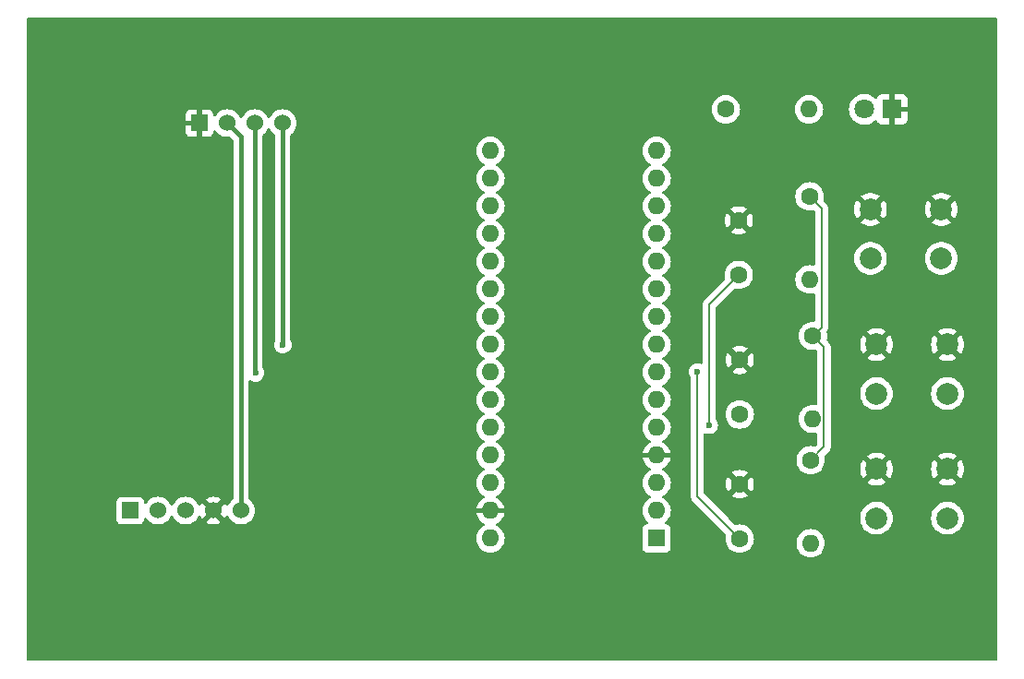
<source format=gbl>
G04 #@! TF.GenerationSoftware,KiCad,Pcbnew,8.0.6*
G04 #@! TF.CreationDate,2025-01-20T10:34:49+07:00*
G04 #@! TF.ProjectId,test_1,74657374-5f31-42e6-9b69-6361645f7063,rev?*
G04 #@! TF.SameCoordinates,Original*
G04 #@! TF.FileFunction,Copper,L4,Bot*
G04 #@! TF.FilePolarity,Positive*
%FSLAX46Y46*%
G04 Gerber Fmt 4.6, Leading zero omitted, Abs format (unit mm)*
G04 Created by KiCad (PCBNEW 8.0.6) date 2025-01-20 10:34:49*
%MOMM*%
%LPD*%
G01*
G04 APERTURE LIST*
G04 #@! TA.AperFunction,ComponentPad*
%ADD10C,2.000000*%
G04 #@! TD*
G04 #@! TA.AperFunction,ComponentPad*
%ADD11C,1.600000*%
G04 #@! TD*
G04 #@! TA.AperFunction,ComponentPad*
%ADD12O,1.600000X1.600000*%
G04 #@! TD*
G04 #@! TA.AperFunction,ComponentPad*
%ADD13R,1.800000X1.800000*%
G04 #@! TD*
G04 #@! TA.AperFunction,ComponentPad*
%ADD14C,1.800000*%
G04 #@! TD*
G04 #@! TA.AperFunction,ComponentPad*
%ADD15R,1.600000X1.600000*%
G04 #@! TD*
G04 #@! TA.AperFunction,ComponentPad*
%ADD16R,1.524000X1.524000*%
G04 #@! TD*
G04 #@! TA.AperFunction,ComponentPad*
%ADD17C,1.524000*%
G04 #@! TD*
G04 #@! TA.AperFunction,ViaPad*
%ADD18C,0.600000*%
G04 #@! TD*
G04 #@! TA.AperFunction,Conductor*
%ADD19C,0.200000*%
G04 #@! TD*
G04 #@! TA.AperFunction,Conductor*
%ADD20C,0.400000*%
G04 #@! TD*
G04 APERTURE END LIST*
D10*
X148440000Y-110490000D03*
X154940000Y-110490000D03*
X148440000Y-114990000D03*
X154940000Y-114990000D03*
X147880000Y-98080000D03*
X154380000Y-98080000D03*
X147880000Y-102580000D03*
X154380000Y-102580000D03*
D11*
X134620000Y-88900000D03*
D12*
X142240000Y-88900000D03*
D11*
X142600000Y-109700000D03*
D12*
X142600000Y-117320000D03*
D13*
X149860000Y-88900000D03*
D14*
X147320000Y-88900000D03*
D11*
X142400000Y-121100000D03*
D12*
X142400000Y-128720000D03*
D11*
X135890000Y-128300000D03*
X135890000Y-123300000D03*
D15*
X128270000Y-128270000D03*
D12*
X128270000Y-125730000D03*
X128270000Y-123190000D03*
X128270000Y-120650000D03*
X128270000Y-118110000D03*
X128270000Y-115570000D03*
X128270000Y-113030000D03*
X128270000Y-110490000D03*
X128270000Y-107950000D03*
X128270000Y-105410000D03*
X128270000Y-102870000D03*
X128270000Y-100330000D03*
X128270000Y-97790000D03*
X128270000Y-95250000D03*
X128270000Y-92710000D03*
X113030000Y-92710000D03*
X113030000Y-95250000D03*
X113030000Y-97790000D03*
X113030000Y-100330000D03*
X113030000Y-102870000D03*
X113030000Y-105410000D03*
X113030000Y-107950000D03*
X113030000Y-110490000D03*
X113030000Y-113030000D03*
X113030000Y-115570000D03*
X113030000Y-118110000D03*
X113030000Y-120650000D03*
X113030000Y-123190000D03*
X113030000Y-125730000D03*
X113030000Y-128270000D03*
D11*
X135800000Y-104100000D03*
X135800000Y-99100000D03*
X135890000Y-116900000D03*
X135890000Y-111900000D03*
D16*
X80010000Y-125730000D03*
D17*
X82550000Y-125730000D03*
X85090000Y-125730000D03*
X87630000Y-125730000D03*
X90170000Y-125730000D03*
D10*
X148440000Y-121920000D03*
X154940000Y-121920000D03*
X148440000Y-126420000D03*
X154940000Y-126420000D03*
D16*
X86360000Y-90170000D03*
D17*
X88900000Y-90170000D03*
X91440000Y-90170000D03*
X93980000Y-90170000D03*
D11*
X142300000Y-96890000D03*
D12*
X142300000Y-104510000D03*
D18*
X132000000Y-113000000D03*
X94000000Y-110500000D03*
X133100000Y-117900000D03*
X91500000Y-113100000D03*
D19*
X132000000Y-124410000D02*
X135890000Y-128300000D01*
X132000000Y-113000000D02*
X132000000Y-124410000D01*
D20*
X90170000Y-91440000D02*
X88900000Y-90170000D01*
D19*
X142400000Y-121100000D02*
X143627000Y-119873000D01*
X143627000Y-119873000D02*
X143627000Y-110727000D01*
X143399999Y-108900001D02*
X143399999Y-97989999D01*
X143399999Y-97989999D02*
X142300000Y-96890000D01*
D20*
X90170000Y-125730000D02*
X90170000Y-91440000D01*
D19*
X142600000Y-109700000D02*
X143399999Y-108900001D01*
X143627000Y-110727000D02*
X142600000Y-109700000D01*
D20*
X93980000Y-110480000D02*
X93980000Y-90170000D01*
X94000000Y-110500000D02*
X93980000Y-110480000D01*
D19*
X133100000Y-106800000D02*
X135800000Y-104100000D01*
X133100000Y-117900000D02*
X133100000Y-106800000D01*
D20*
X91440000Y-113040000D02*
X91440000Y-90170000D01*
X91500000Y-113100000D02*
X91440000Y-113040000D01*
G04 #@! TA.AperFunction,Conductor*
G36*
X159442539Y-80520185D02*
G01*
X159488294Y-80572989D01*
X159499500Y-80624500D01*
X159499500Y-139375500D01*
X159479815Y-139442539D01*
X159427011Y-139488294D01*
X159375500Y-139499500D01*
X70624500Y-139499500D01*
X70557461Y-139479815D01*
X70511706Y-139427011D01*
X70500500Y-139375500D01*
X70500500Y-124920135D01*
X78747500Y-124920135D01*
X78747500Y-126539870D01*
X78747501Y-126539876D01*
X78753908Y-126599483D01*
X78804202Y-126734328D01*
X78804206Y-126734335D01*
X78890452Y-126849544D01*
X78890455Y-126849547D01*
X79005664Y-126935793D01*
X79005671Y-126935797D01*
X79140517Y-126986091D01*
X79140516Y-126986091D01*
X79147444Y-126986835D01*
X79200127Y-126992500D01*
X80819872Y-126992499D01*
X80879483Y-126986091D01*
X81014331Y-126935796D01*
X81129546Y-126849546D01*
X81215796Y-126734331D01*
X81266091Y-126599483D01*
X81272500Y-126539873D01*
X81272499Y-126499920D01*
X81292182Y-126432884D01*
X81344985Y-126387128D01*
X81414143Y-126377183D01*
X81477700Y-126406206D01*
X81498073Y-126428796D01*
X81579174Y-126544620D01*
X81579175Y-126544621D01*
X81735378Y-126700824D01*
X81735384Y-126700829D01*
X81916333Y-126827531D01*
X81916335Y-126827532D01*
X81916338Y-126827534D01*
X82116550Y-126920894D01*
X82329932Y-126978070D01*
X82487123Y-126991822D01*
X82549998Y-126997323D01*
X82550000Y-126997323D01*
X82550002Y-126997323D01*
X82605151Y-126992498D01*
X82770068Y-126978070D01*
X82983450Y-126920894D01*
X83183662Y-126827534D01*
X83364620Y-126700826D01*
X83520826Y-126544620D01*
X83647534Y-126363662D01*
X83707618Y-126234811D01*
X83753790Y-126182371D01*
X83820983Y-126163219D01*
X83887865Y-126183435D01*
X83932382Y-126234811D01*
X83992464Y-126363658D01*
X83992468Y-126363666D01*
X84119170Y-126544615D01*
X84119175Y-126544621D01*
X84275378Y-126700824D01*
X84275384Y-126700829D01*
X84456333Y-126827531D01*
X84456335Y-126827532D01*
X84456338Y-126827534D01*
X84656550Y-126920894D01*
X84869932Y-126978070D01*
X85027123Y-126991822D01*
X85089998Y-126997323D01*
X85090000Y-126997323D01*
X85090002Y-126997323D01*
X85145151Y-126992498D01*
X85310068Y-126978070D01*
X85523450Y-126920894D01*
X85723662Y-126827534D01*
X85904620Y-126700826D01*
X86060826Y-126544620D01*
X86187534Y-126363662D01*
X86247894Y-126234218D01*
X86294066Y-126181779D01*
X86361259Y-126162627D01*
X86428141Y-126182843D01*
X86472658Y-126234219D01*
X86532898Y-126363405D01*
X86532901Y-126363411D01*
X86578258Y-126428187D01*
X86578259Y-126428188D01*
X87249000Y-125757447D01*
X87249000Y-125780160D01*
X87274964Y-125877061D01*
X87325124Y-125963940D01*
X87396060Y-126034876D01*
X87482939Y-126085036D01*
X87579840Y-126111000D01*
X87602553Y-126111000D01*
X86931810Y-126781740D01*
X86996590Y-126827099D01*
X86996592Y-126827100D01*
X87196715Y-126920419D01*
X87196729Y-126920424D01*
X87410013Y-126977573D01*
X87410023Y-126977575D01*
X87629999Y-126996821D01*
X87630001Y-126996821D01*
X87849976Y-126977575D01*
X87849986Y-126977573D01*
X88063270Y-126920424D01*
X88063284Y-126920419D01*
X88263407Y-126827100D01*
X88263417Y-126827094D01*
X88328188Y-126781741D01*
X87657448Y-126111000D01*
X87680160Y-126111000D01*
X87777061Y-126085036D01*
X87863940Y-126034876D01*
X87934876Y-125963940D01*
X87985036Y-125877061D01*
X88011000Y-125780160D01*
X88011000Y-125757447D01*
X88681741Y-126428188D01*
X88727094Y-126363417D01*
X88727095Y-126363416D01*
X88787340Y-126234219D01*
X88833512Y-126181780D01*
X88900706Y-126162627D01*
X88967587Y-126182842D01*
X89012105Y-126234218D01*
X89072466Y-126363662D01*
X89072468Y-126363666D01*
X89199170Y-126544615D01*
X89199175Y-126544621D01*
X89355378Y-126700824D01*
X89355384Y-126700829D01*
X89536333Y-126827531D01*
X89536335Y-126827532D01*
X89536338Y-126827534D01*
X89736550Y-126920894D01*
X89949932Y-126978070D01*
X90107123Y-126991822D01*
X90169998Y-126997323D01*
X90170000Y-126997323D01*
X90170002Y-126997323D01*
X90225151Y-126992498D01*
X90390068Y-126978070D01*
X90603450Y-126920894D01*
X90803662Y-126827534D01*
X90984620Y-126700826D01*
X91140826Y-126544620D01*
X91267534Y-126363662D01*
X91360894Y-126163450D01*
X91418070Y-125950068D01*
X91437323Y-125730000D01*
X91418070Y-125509932D01*
X91360894Y-125296550D01*
X91267534Y-125096339D01*
X91193264Y-124990270D01*
X91140827Y-124915381D01*
X91085962Y-124860516D01*
X90984620Y-124759174D01*
X90942890Y-124729954D01*
X90923375Y-124716289D01*
X90879751Y-124661711D01*
X90870500Y-124614715D01*
X90870500Y-113874228D01*
X90890185Y-113807189D01*
X90942989Y-113761434D01*
X91012147Y-113751490D01*
X91060473Y-113769235D01*
X91150475Y-113825788D01*
X91320745Y-113885368D01*
X91320750Y-113885369D01*
X91499996Y-113905565D01*
X91500000Y-113905565D01*
X91500004Y-113905565D01*
X91679249Y-113885369D01*
X91679252Y-113885368D01*
X91679255Y-113885368D01*
X91849522Y-113825789D01*
X92002262Y-113729816D01*
X92129816Y-113602262D01*
X92225789Y-113449522D01*
X92285368Y-113279255D01*
X92287910Y-113256697D01*
X92305565Y-113100003D01*
X92305565Y-113099996D01*
X92285369Y-112920750D01*
X92285366Y-112920737D01*
X92225790Y-112750481D01*
X92225789Y-112750478D01*
X92200357Y-112710003D01*
X92159506Y-112644988D01*
X92140500Y-112579016D01*
X92140500Y-91285283D01*
X92160185Y-91218244D01*
X92193375Y-91183709D01*
X92254620Y-91140826D01*
X92410826Y-90984620D01*
X92537534Y-90803662D01*
X92597618Y-90674811D01*
X92643790Y-90622371D01*
X92710983Y-90603219D01*
X92777865Y-90623435D01*
X92822382Y-90674811D01*
X92882464Y-90803658D01*
X92882468Y-90803666D01*
X93009170Y-90984615D01*
X93009174Y-90984620D01*
X93165380Y-91140826D01*
X93226623Y-91183708D01*
X93270248Y-91238284D01*
X93279500Y-91285283D01*
X93279500Y-110114293D01*
X93272542Y-110155248D01*
X93214631Y-110320745D01*
X93214630Y-110320750D01*
X93194435Y-110499996D01*
X93194435Y-110500003D01*
X93214630Y-110679249D01*
X93214631Y-110679254D01*
X93274211Y-110849523D01*
X93370184Y-111002262D01*
X93497738Y-111129816D01*
X93650478Y-111225789D01*
X93820745Y-111285368D01*
X93820750Y-111285369D01*
X93999996Y-111305565D01*
X94000000Y-111305565D01*
X94000004Y-111305565D01*
X94179249Y-111285369D01*
X94179252Y-111285368D01*
X94179255Y-111285368D01*
X94349522Y-111225789D01*
X94502262Y-111129816D01*
X94629816Y-111002262D01*
X94725789Y-110849522D01*
X94785368Y-110679255D01*
X94792624Y-110614858D01*
X94805565Y-110500003D01*
X94805565Y-110499996D01*
X94785369Y-110320750D01*
X94785368Y-110320745D01*
X94765268Y-110263302D01*
X94725789Y-110150478D01*
X94716973Y-110136447D01*
X94699506Y-110108648D01*
X94680500Y-110042676D01*
X94680500Y-92709998D01*
X111724532Y-92709998D01*
X111724532Y-92710001D01*
X111744364Y-92936686D01*
X111744366Y-92936697D01*
X111803258Y-93156488D01*
X111803261Y-93156497D01*
X111899431Y-93362732D01*
X111899432Y-93362734D01*
X112029954Y-93549141D01*
X112190858Y-93710045D01*
X112190861Y-93710047D01*
X112377266Y-93840568D01*
X112435275Y-93867618D01*
X112487714Y-93913791D01*
X112506866Y-93980984D01*
X112486650Y-94047865D01*
X112435275Y-94092382D01*
X112377267Y-94119431D01*
X112377265Y-94119432D01*
X112190858Y-94249954D01*
X112029954Y-94410858D01*
X111899432Y-94597265D01*
X111899431Y-94597267D01*
X111803261Y-94803502D01*
X111803258Y-94803511D01*
X111744366Y-95023302D01*
X111744364Y-95023313D01*
X111724532Y-95249998D01*
X111724532Y-95250001D01*
X111744364Y-95476686D01*
X111744366Y-95476697D01*
X111803258Y-95696488D01*
X111803261Y-95696497D01*
X111899431Y-95902732D01*
X111899432Y-95902734D01*
X112029954Y-96089141D01*
X112190858Y-96250045D01*
X112190861Y-96250047D01*
X112377266Y-96380568D01*
X112435275Y-96407618D01*
X112487714Y-96453791D01*
X112506866Y-96520984D01*
X112486650Y-96587865D01*
X112435275Y-96632382D01*
X112377267Y-96659431D01*
X112377265Y-96659432D01*
X112190858Y-96789954D01*
X112029954Y-96950858D01*
X111899432Y-97137265D01*
X111899431Y-97137267D01*
X111803261Y-97343502D01*
X111803258Y-97343511D01*
X111744366Y-97563302D01*
X111744364Y-97563313D01*
X111724532Y-97789998D01*
X111724532Y-97790001D01*
X111744364Y-98016686D01*
X111744366Y-98016697D01*
X111803258Y-98236488D01*
X111803261Y-98236497D01*
X111899431Y-98442732D01*
X111899432Y-98442734D01*
X112029954Y-98629141D01*
X112190858Y-98790045D01*
X112190861Y-98790047D01*
X112377266Y-98920568D01*
X112430960Y-98945606D01*
X112435275Y-98947618D01*
X112487714Y-98993791D01*
X112506866Y-99060984D01*
X112486650Y-99127865D01*
X112435275Y-99172382D01*
X112377267Y-99199431D01*
X112377265Y-99199432D01*
X112190858Y-99329954D01*
X112029954Y-99490858D01*
X111899432Y-99677265D01*
X111899431Y-99677267D01*
X111803261Y-99883502D01*
X111803258Y-99883511D01*
X111744366Y-100103302D01*
X111744364Y-100103313D01*
X111724532Y-100329998D01*
X111724532Y-100330001D01*
X111744364Y-100556686D01*
X111744366Y-100556697D01*
X111803258Y-100776488D01*
X111803261Y-100776497D01*
X111899431Y-100982732D01*
X111899432Y-100982734D01*
X112029954Y-101169141D01*
X112190858Y-101330045D01*
X112190861Y-101330047D01*
X112377266Y-101460568D01*
X112402342Y-101472261D01*
X112435275Y-101487618D01*
X112487714Y-101533791D01*
X112506866Y-101600984D01*
X112486650Y-101667865D01*
X112435275Y-101712382D01*
X112377267Y-101739431D01*
X112377265Y-101739432D01*
X112190858Y-101869954D01*
X112029954Y-102030858D01*
X111899432Y-102217265D01*
X111899431Y-102217267D01*
X111803261Y-102423502D01*
X111803258Y-102423511D01*
X111744366Y-102643302D01*
X111744364Y-102643313D01*
X111724532Y-102869998D01*
X111724532Y-102870001D01*
X111744364Y-103096686D01*
X111744366Y-103096697D01*
X111803258Y-103316488D01*
X111803261Y-103316497D01*
X111899431Y-103522732D01*
X111899432Y-103522734D01*
X112029954Y-103709141D01*
X112190858Y-103870045D01*
X112190861Y-103870047D01*
X112377266Y-104000568D01*
X112435275Y-104027618D01*
X112487714Y-104073791D01*
X112506866Y-104140984D01*
X112486650Y-104207865D01*
X112435275Y-104252382D01*
X112377267Y-104279431D01*
X112377265Y-104279432D01*
X112190858Y-104409954D01*
X112029954Y-104570858D01*
X111899432Y-104757265D01*
X111899431Y-104757267D01*
X111803261Y-104963502D01*
X111803258Y-104963511D01*
X111744366Y-105183302D01*
X111744364Y-105183313D01*
X111724532Y-105409998D01*
X111724532Y-105410001D01*
X111744364Y-105636686D01*
X111744366Y-105636697D01*
X111803258Y-105856488D01*
X111803261Y-105856497D01*
X111899431Y-106062732D01*
X111899432Y-106062734D01*
X112029954Y-106249141D01*
X112190858Y-106410045D01*
X112190861Y-106410047D01*
X112377266Y-106540568D01*
X112435275Y-106567618D01*
X112487714Y-106613791D01*
X112506866Y-106680984D01*
X112486650Y-106747865D01*
X112435275Y-106792382D01*
X112377267Y-106819431D01*
X112377265Y-106819432D01*
X112190858Y-106949954D01*
X112029954Y-107110858D01*
X111899432Y-107297265D01*
X111899431Y-107297267D01*
X111803261Y-107503502D01*
X111803258Y-107503511D01*
X111744366Y-107723302D01*
X111744364Y-107723313D01*
X111724532Y-107949998D01*
X111724532Y-107950001D01*
X111744364Y-108176686D01*
X111744366Y-108176697D01*
X111803258Y-108396488D01*
X111803261Y-108396497D01*
X111899431Y-108602732D01*
X111899432Y-108602734D01*
X112029954Y-108789141D01*
X112190858Y-108950045D01*
X112190861Y-108950047D01*
X112377266Y-109080568D01*
X112435275Y-109107618D01*
X112487714Y-109153791D01*
X112506866Y-109220984D01*
X112486650Y-109287865D01*
X112435275Y-109332382D01*
X112377267Y-109359431D01*
X112377265Y-109359432D01*
X112190858Y-109489954D01*
X112029954Y-109650858D01*
X111899432Y-109837265D01*
X111899431Y-109837267D01*
X111803261Y-110043502D01*
X111803258Y-110043511D01*
X111744366Y-110263302D01*
X111744364Y-110263313D01*
X111724532Y-110489998D01*
X111724532Y-110490001D01*
X111744364Y-110716686D01*
X111744366Y-110716697D01*
X111803258Y-110936488D01*
X111803261Y-110936497D01*
X111899431Y-111142732D01*
X111899432Y-111142734D01*
X112029954Y-111329141D01*
X112190858Y-111490045D01*
X112190861Y-111490047D01*
X112377266Y-111620568D01*
X112435275Y-111647618D01*
X112487714Y-111693791D01*
X112506866Y-111760984D01*
X112486650Y-111827865D01*
X112435275Y-111872382D01*
X112377267Y-111899431D01*
X112377265Y-111899432D01*
X112190858Y-112029954D01*
X112029954Y-112190858D01*
X111899432Y-112377265D01*
X111899431Y-112377267D01*
X111803261Y-112583502D01*
X111803258Y-112583511D01*
X111744366Y-112803302D01*
X111744364Y-112803313D01*
X111724532Y-113029998D01*
X111724532Y-113030001D01*
X111744364Y-113256686D01*
X111744366Y-113256697D01*
X111803258Y-113476488D01*
X111803261Y-113476497D01*
X111899431Y-113682732D01*
X111899432Y-113682734D01*
X112029954Y-113869141D01*
X112190858Y-114030045D01*
X112190861Y-114030047D01*
X112377266Y-114160568D01*
X112435275Y-114187618D01*
X112487714Y-114233791D01*
X112506866Y-114300984D01*
X112486650Y-114367865D01*
X112435275Y-114412382D01*
X112377267Y-114439431D01*
X112377265Y-114439432D01*
X112190858Y-114569954D01*
X112029954Y-114730858D01*
X111899432Y-114917265D01*
X111899431Y-114917267D01*
X111803261Y-115123502D01*
X111803258Y-115123511D01*
X111744366Y-115343302D01*
X111744364Y-115343313D01*
X111724532Y-115569998D01*
X111724532Y-115570001D01*
X111744364Y-115796686D01*
X111744366Y-115796697D01*
X111803258Y-116016488D01*
X111803261Y-116016497D01*
X111899431Y-116222732D01*
X111899432Y-116222734D01*
X112029954Y-116409141D01*
X112190858Y-116570045D01*
X112190861Y-116570047D01*
X112377266Y-116700568D01*
X112435275Y-116727618D01*
X112487714Y-116773791D01*
X112506866Y-116840984D01*
X112486650Y-116907865D01*
X112435275Y-116952382D01*
X112377267Y-116979431D01*
X112377265Y-116979432D01*
X112190858Y-117109954D01*
X112029954Y-117270858D01*
X111899432Y-117457265D01*
X111899431Y-117457267D01*
X111803261Y-117663502D01*
X111803258Y-117663511D01*
X111744366Y-117883302D01*
X111744364Y-117883313D01*
X111724532Y-118109998D01*
X111724532Y-118110001D01*
X111744364Y-118336686D01*
X111744366Y-118336697D01*
X111803258Y-118556488D01*
X111803261Y-118556497D01*
X111899431Y-118762732D01*
X111899432Y-118762734D01*
X112029954Y-118949141D01*
X112190858Y-119110045D01*
X112190861Y-119110047D01*
X112377266Y-119240568D01*
X112435275Y-119267618D01*
X112487714Y-119313791D01*
X112506866Y-119380984D01*
X112486650Y-119447865D01*
X112435275Y-119492382D01*
X112377267Y-119519431D01*
X112377265Y-119519432D01*
X112190858Y-119649954D01*
X112029954Y-119810858D01*
X111899432Y-119997265D01*
X111899431Y-119997267D01*
X111803261Y-120203502D01*
X111803258Y-120203511D01*
X111744366Y-120423302D01*
X111744364Y-120423313D01*
X111724532Y-120649998D01*
X111724532Y-120650001D01*
X111744364Y-120876686D01*
X111744366Y-120876697D01*
X111803258Y-121096488D01*
X111803261Y-121096497D01*
X111899431Y-121302732D01*
X111899432Y-121302734D01*
X112029954Y-121489141D01*
X112190858Y-121650045D01*
X112190861Y-121650047D01*
X112377266Y-121780568D01*
X112434681Y-121807341D01*
X112435275Y-121807618D01*
X112487714Y-121853791D01*
X112506866Y-121920984D01*
X112486650Y-121987865D01*
X112435275Y-122032382D01*
X112377267Y-122059431D01*
X112377265Y-122059432D01*
X112190858Y-122189954D01*
X112029954Y-122350858D01*
X111899432Y-122537265D01*
X111899431Y-122537267D01*
X111803261Y-122743502D01*
X111803258Y-122743511D01*
X111744366Y-122963302D01*
X111744364Y-122963313D01*
X111724532Y-123189998D01*
X111724532Y-123190001D01*
X111744364Y-123416686D01*
X111744366Y-123416697D01*
X111803258Y-123636488D01*
X111803261Y-123636497D01*
X111899431Y-123842732D01*
X111899432Y-123842734D01*
X112029954Y-124029141D01*
X112190858Y-124190045D01*
X112190861Y-124190047D01*
X112377266Y-124320568D01*
X112435865Y-124347893D01*
X112488305Y-124394065D01*
X112507457Y-124461258D01*
X112487242Y-124528139D01*
X112435867Y-124572657D01*
X112377515Y-124599867D01*
X112191179Y-124730342D01*
X112030342Y-124891179D01*
X111899865Y-125077517D01*
X111803734Y-125283673D01*
X111803730Y-125283682D01*
X111751127Y-125479999D01*
X111751128Y-125480000D01*
X112596988Y-125480000D01*
X112564075Y-125537007D01*
X112530000Y-125664174D01*
X112530000Y-125795826D01*
X112564075Y-125922993D01*
X112596988Y-125980000D01*
X111751128Y-125980000D01*
X111803730Y-126176317D01*
X111803734Y-126176326D01*
X111899865Y-126382482D01*
X112030342Y-126568820D01*
X112191179Y-126729657D01*
X112377518Y-126860134D01*
X112377520Y-126860135D01*
X112435865Y-126887342D01*
X112488305Y-126933514D01*
X112507457Y-127000707D01*
X112487242Y-127067589D01*
X112435867Y-127112105D01*
X112383324Y-127136607D01*
X112377264Y-127139433D01*
X112190858Y-127269954D01*
X112029954Y-127430858D01*
X111899432Y-127617265D01*
X111899431Y-127617267D01*
X111803261Y-127823502D01*
X111803258Y-127823511D01*
X111744366Y-128043302D01*
X111744364Y-128043313D01*
X111724532Y-128269998D01*
X111724532Y-128270001D01*
X111744364Y-128496686D01*
X111744366Y-128496697D01*
X111803258Y-128716488D01*
X111803261Y-128716497D01*
X111899431Y-128922732D01*
X111899432Y-128922734D01*
X112029954Y-129109141D01*
X112190858Y-129270045D01*
X112190861Y-129270047D01*
X112377266Y-129400568D01*
X112583504Y-129496739D01*
X112803308Y-129555635D01*
X112965230Y-129569801D01*
X113029998Y-129575468D01*
X113030000Y-129575468D01*
X113030002Y-129575468D01*
X113086807Y-129570498D01*
X113256692Y-129555635D01*
X113476496Y-129496739D01*
X113682734Y-129400568D01*
X113869139Y-129270047D01*
X114030047Y-129109139D01*
X114160568Y-128922734D01*
X114256739Y-128716496D01*
X114315635Y-128496692D01*
X114335161Y-128273511D01*
X114335468Y-128270001D01*
X114335468Y-128269998D01*
X114318260Y-128073313D01*
X114315635Y-128043308D01*
X114256739Y-127823504D01*
X114160568Y-127617266D01*
X114030047Y-127430861D01*
X114030045Y-127430858D01*
X113869141Y-127269954D01*
X113682734Y-127139432D01*
X113682732Y-127139431D01*
X113671275Y-127134088D01*
X113624132Y-127112105D01*
X113571694Y-127065934D01*
X113552542Y-126998740D01*
X113572758Y-126931859D01*
X113624134Y-126887341D01*
X113682484Y-126860132D01*
X113868820Y-126729657D01*
X114029657Y-126568820D01*
X114160134Y-126382482D01*
X114256265Y-126176326D01*
X114256269Y-126176317D01*
X114308872Y-125980000D01*
X113463012Y-125980000D01*
X113495925Y-125922993D01*
X113530000Y-125795826D01*
X113530000Y-125664174D01*
X113495925Y-125537007D01*
X113463012Y-125480000D01*
X114308872Y-125480000D01*
X114308872Y-125479999D01*
X114256269Y-125283682D01*
X114256265Y-125283673D01*
X114160134Y-125077517D01*
X114029657Y-124891179D01*
X113868820Y-124730342D01*
X113682482Y-124599865D01*
X113624133Y-124572657D01*
X113571694Y-124526484D01*
X113552542Y-124459291D01*
X113572758Y-124392410D01*
X113624129Y-124347895D01*
X113682734Y-124320568D01*
X113869139Y-124190047D01*
X114030047Y-124029139D01*
X114160568Y-123842734D01*
X114256739Y-123636496D01*
X114315635Y-123416692D01*
X114335468Y-123190000D01*
X114315635Y-122963308D01*
X114256739Y-122743504D01*
X114160568Y-122537266D01*
X114030047Y-122350861D01*
X114030045Y-122350858D01*
X113869141Y-122189954D01*
X113682734Y-122059432D01*
X113682728Y-122059429D01*
X113624725Y-122032382D01*
X113572285Y-121986210D01*
X113553133Y-121919017D01*
X113573348Y-121852135D01*
X113624725Y-121807618D01*
X113625319Y-121807341D01*
X113682734Y-121780568D01*
X113869139Y-121650047D01*
X114030047Y-121489139D01*
X114160568Y-121302734D01*
X114256739Y-121096496D01*
X114315635Y-120876692D01*
X114335161Y-120653511D01*
X114335468Y-120650001D01*
X114335468Y-120649998D01*
X114315635Y-120423313D01*
X114315635Y-120423308D01*
X114256739Y-120203504D01*
X114160568Y-119997266D01*
X114030047Y-119810861D01*
X114030045Y-119810858D01*
X113869141Y-119649954D01*
X113682734Y-119519432D01*
X113682728Y-119519429D01*
X113624725Y-119492382D01*
X113572285Y-119446210D01*
X113553133Y-119379017D01*
X113573348Y-119312135D01*
X113624725Y-119267618D01*
X113682734Y-119240568D01*
X113869139Y-119110047D01*
X114030047Y-118949139D01*
X114160568Y-118762734D01*
X114256739Y-118556496D01*
X114315635Y-118336692D01*
X114335468Y-118110000D01*
X114315635Y-117883308D01*
X114256739Y-117663504D01*
X114160568Y-117457266D01*
X114030047Y-117270861D01*
X114030045Y-117270858D01*
X113869141Y-117109954D01*
X113682734Y-116979432D01*
X113682728Y-116979429D01*
X113624725Y-116952382D01*
X113572285Y-116906210D01*
X113553133Y-116839017D01*
X113573348Y-116772135D01*
X113624725Y-116727618D01*
X113682734Y-116700568D01*
X113869139Y-116570047D01*
X114030047Y-116409139D01*
X114160568Y-116222734D01*
X114256739Y-116016496D01*
X114315635Y-115796692D01*
X114335468Y-115570000D01*
X114315635Y-115343308D01*
X114256739Y-115123504D01*
X114160568Y-114917266D01*
X114062839Y-114777693D01*
X114030045Y-114730858D01*
X113869141Y-114569954D01*
X113682734Y-114439432D01*
X113682728Y-114439429D01*
X113624725Y-114412382D01*
X113572285Y-114366210D01*
X113553133Y-114299017D01*
X113573348Y-114232135D01*
X113624725Y-114187618D01*
X113682734Y-114160568D01*
X113869139Y-114030047D01*
X114030047Y-113869139D01*
X114160568Y-113682734D01*
X114256739Y-113476496D01*
X114315635Y-113256692D01*
X114335456Y-113030136D01*
X114335468Y-113030001D01*
X114335468Y-113029998D01*
X114317161Y-112820750D01*
X114315635Y-112803308D01*
X114256739Y-112583504D01*
X114160568Y-112377266D01*
X114049727Y-112218967D01*
X114030045Y-112190858D01*
X113869141Y-112029954D01*
X113682734Y-111899432D01*
X113682728Y-111899429D01*
X113624725Y-111872382D01*
X113572285Y-111826210D01*
X113553133Y-111759017D01*
X113573348Y-111692135D01*
X113624725Y-111647618D01*
X113682734Y-111620568D01*
X113869139Y-111490047D01*
X114030047Y-111329139D01*
X114160568Y-111142734D01*
X114256739Y-110936496D01*
X114315635Y-110716692D01*
X114334593Y-110500000D01*
X114335468Y-110490001D01*
X114335468Y-110489998D01*
X114323945Y-110358290D01*
X114315635Y-110263308D01*
X114256739Y-110043504D01*
X114160568Y-109837266D01*
X114030047Y-109650861D01*
X114030045Y-109650858D01*
X113869141Y-109489954D01*
X113682734Y-109359432D01*
X113682728Y-109359429D01*
X113624725Y-109332382D01*
X113572285Y-109286210D01*
X113553133Y-109219017D01*
X113573348Y-109152135D01*
X113624725Y-109107618D01*
X113682734Y-109080568D01*
X113869139Y-108950047D01*
X114030047Y-108789139D01*
X114160568Y-108602734D01*
X114256739Y-108396496D01*
X114315635Y-108176692D01*
X114335468Y-107950000D01*
X114315635Y-107723308D01*
X114256739Y-107503504D01*
X114160568Y-107297266D01*
X114030047Y-107110861D01*
X114030045Y-107110858D01*
X113869141Y-106949954D01*
X113682734Y-106819432D01*
X113682728Y-106819429D01*
X113624725Y-106792382D01*
X113572285Y-106746210D01*
X113553133Y-106679017D01*
X113573348Y-106612135D01*
X113624725Y-106567618D01*
X113682734Y-106540568D01*
X113869139Y-106410047D01*
X114030047Y-106249139D01*
X114160568Y-106062734D01*
X114256739Y-105856496D01*
X114315635Y-105636692D01*
X114335468Y-105410000D01*
X114330958Y-105358456D01*
X114328184Y-105326739D01*
X114315635Y-105183308D01*
X114256739Y-104963504D01*
X114160568Y-104757266D01*
X114030047Y-104570861D01*
X114030045Y-104570858D01*
X113869141Y-104409954D01*
X113682734Y-104279432D01*
X113682728Y-104279429D01*
X113624725Y-104252382D01*
X113572285Y-104206210D01*
X113553133Y-104139017D01*
X113573348Y-104072135D01*
X113624725Y-104027618D01*
X113682734Y-104000568D01*
X113869139Y-103870047D01*
X114030047Y-103709139D01*
X114160568Y-103522734D01*
X114256739Y-103316496D01*
X114315635Y-103096692D01*
X114335468Y-102870000D01*
X114330600Y-102814364D01*
X114315635Y-102643313D01*
X114315635Y-102643308D01*
X114256739Y-102423504D01*
X114160568Y-102217266D01*
X114030047Y-102030861D01*
X114030045Y-102030858D01*
X113869141Y-101869954D01*
X113682734Y-101739432D01*
X113682728Y-101739429D01*
X113624725Y-101712382D01*
X113572285Y-101666210D01*
X113553133Y-101599017D01*
X113573348Y-101532135D01*
X113624725Y-101487618D01*
X113682734Y-101460568D01*
X113869139Y-101330047D01*
X114030047Y-101169139D01*
X114160568Y-100982734D01*
X114256739Y-100776496D01*
X114315635Y-100556692D01*
X114335468Y-100330000D01*
X114315635Y-100103308D01*
X114256739Y-99883504D01*
X114160568Y-99677266D01*
X114030047Y-99490861D01*
X114030045Y-99490858D01*
X113869141Y-99329954D01*
X113682734Y-99199432D01*
X113682728Y-99199429D01*
X113624725Y-99172382D01*
X113572285Y-99126210D01*
X113553133Y-99059017D01*
X113573348Y-98992135D01*
X113624725Y-98947618D01*
X113629040Y-98945606D01*
X113682734Y-98920568D01*
X113869139Y-98790047D01*
X114030047Y-98629139D01*
X114160568Y-98442734D01*
X114256739Y-98236496D01*
X114315635Y-98016692D01*
X114335468Y-97790000D01*
X114315635Y-97563308D01*
X114256739Y-97343504D01*
X114160568Y-97137266D01*
X114030047Y-96950861D01*
X114030045Y-96950858D01*
X113869141Y-96789954D01*
X113682734Y-96659432D01*
X113682728Y-96659429D01*
X113624725Y-96632382D01*
X113572285Y-96586210D01*
X113553133Y-96519017D01*
X113573348Y-96452135D01*
X113624725Y-96407618D01*
X113682734Y-96380568D01*
X113869139Y-96250047D01*
X114030047Y-96089139D01*
X114160568Y-95902734D01*
X114256739Y-95696496D01*
X114315635Y-95476692D01*
X114335468Y-95250000D01*
X114315635Y-95023308D01*
X114256739Y-94803504D01*
X114160568Y-94597266D01*
X114030047Y-94410861D01*
X114030045Y-94410858D01*
X113869141Y-94249954D01*
X113682734Y-94119432D01*
X113682728Y-94119429D01*
X113624725Y-94092382D01*
X113572285Y-94046210D01*
X113553133Y-93979017D01*
X113573348Y-93912135D01*
X113624725Y-93867618D01*
X113682734Y-93840568D01*
X113869139Y-93710047D01*
X114030047Y-93549139D01*
X114160568Y-93362734D01*
X114256739Y-93156496D01*
X114315635Y-92936692D01*
X114335468Y-92710000D01*
X114335468Y-92709998D01*
X126964532Y-92709998D01*
X126964532Y-92710001D01*
X126984364Y-92936686D01*
X126984366Y-92936697D01*
X127043258Y-93156488D01*
X127043261Y-93156497D01*
X127139431Y-93362732D01*
X127139432Y-93362734D01*
X127269954Y-93549141D01*
X127430858Y-93710045D01*
X127430861Y-93710047D01*
X127617266Y-93840568D01*
X127675275Y-93867618D01*
X127727714Y-93913791D01*
X127746866Y-93980984D01*
X127726650Y-94047865D01*
X127675275Y-94092382D01*
X127617267Y-94119431D01*
X127617265Y-94119432D01*
X127430858Y-94249954D01*
X127269954Y-94410858D01*
X127139432Y-94597265D01*
X127139431Y-94597267D01*
X127043261Y-94803502D01*
X127043258Y-94803511D01*
X126984366Y-95023302D01*
X126984364Y-95023313D01*
X126964532Y-95249998D01*
X126964532Y-95250001D01*
X126984364Y-95476686D01*
X126984366Y-95476697D01*
X127043258Y-95696488D01*
X127043261Y-95696497D01*
X127139431Y-95902732D01*
X127139432Y-95902734D01*
X127269954Y-96089141D01*
X127430858Y-96250045D01*
X127430861Y-96250047D01*
X127617266Y-96380568D01*
X127675275Y-96407618D01*
X127727714Y-96453791D01*
X127746866Y-96520984D01*
X127726650Y-96587865D01*
X127675275Y-96632382D01*
X127617267Y-96659431D01*
X127617265Y-96659432D01*
X127430858Y-96789954D01*
X127269954Y-96950858D01*
X127139432Y-97137265D01*
X127139431Y-97137267D01*
X127043261Y-97343502D01*
X127043258Y-97343511D01*
X126984366Y-97563302D01*
X126984364Y-97563313D01*
X126964532Y-97789998D01*
X126964532Y-97790001D01*
X126984364Y-98016686D01*
X126984366Y-98016697D01*
X127043258Y-98236488D01*
X127043261Y-98236497D01*
X127139431Y-98442732D01*
X127139432Y-98442734D01*
X127269954Y-98629141D01*
X127430858Y-98790045D01*
X127430861Y-98790047D01*
X127617266Y-98920568D01*
X127670960Y-98945606D01*
X127675275Y-98947618D01*
X127727714Y-98993791D01*
X127746866Y-99060984D01*
X127726650Y-99127865D01*
X127675275Y-99172382D01*
X127617267Y-99199431D01*
X127617265Y-99199432D01*
X127430858Y-99329954D01*
X127269954Y-99490858D01*
X127139432Y-99677265D01*
X127139431Y-99677267D01*
X127043261Y-99883502D01*
X127043258Y-99883511D01*
X126984366Y-100103302D01*
X126984364Y-100103313D01*
X126964532Y-100329998D01*
X126964532Y-100330001D01*
X126984364Y-100556686D01*
X126984366Y-100556697D01*
X127043258Y-100776488D01*
X127043261Y-100776497D01*
X127139431Y-100982732D01*
X127139432Y-100982734D01*
X127269954Y-101169141D01*
X127430858Y-101330045D01*
X127430861Y-101330047D01*
X127617266Y-101460568D01*
X127642342Y-101472261D01*
X127675275Y-101487618D01*
X127727714Y-101533791D01*
X127746866Y-101600984D01*
X127726650Y-101667865D01*
X127675275Y-101712382D01*
X127617267Y-101739431D01*
X127617265Y-101739432D01*
X127430858Y-101869954D01*
X127269954Y-102030858D01*
X127139432Y-102217265D01*
X127139431Y-102217267D01*
X127043261Y-102423502D01*
X127043258Y-102423511D01*
X126984366Y-102643302D01*
X126984364Y-102643313D01*
X126964532Y-102869998D01*
X126964532Y-102870001D01*
X126984364Y-103096686D01*
X126984366Y-103096697D01*
X127043258Y-103316488D01*
X127043261Y-103316497D01*
X127139431Y-103522732D01*
X127139432Y-103522734D01*
X127269954Y-103709141D01*
X127430858Y-103870045D01*
X127430861Y-103870047D01*
X127617266Y-104000568D01*
X127675275Y-104027618D01*
X127727714Y-104073791D01*
X127746866Y-104140984D01*
X127726650Y-104207865D01*
X127675275Y-104252382D01*
X127617267Y-104279431D01*
X127617265Y-104279432D01*
X127430858Y-104409954D01*
X127269954Y-104570858D01*
X127139432Y-104757265D01*
X127139431Y-104757267D01*
X127043261Y-104963502D01*
X127043258Y-104963511D01*
X126984366Y-105183302D01*
X126984364Y-105183313D01*
X126964532Y-105409998D01*
X126964532Y-105410001D01*
X126984364Y-105636686D01*
X126984366Y-105636697D01*
X127043258Y-105856488D01*
X127043261Y-105856497D01*
X127139431Y-106062732D01*
X127139432Y-106062734D01*
X127269954Y-106249141D01*
X127430858Y-106410045D01*
X127430861Y-106410047D01*
X127617266Y-106540568D01*
X127675275Y-106567618D01*
X127727714Y-106613791D01*
X127746866Y-106680984D01*
X127726650Y-106747865D01*
X127675275Y-106792382D01*
X127617267Y-106819431D01*
X127617265Y-106819432D01*
X127430858Y-106949954D01*
X127269954Y-107110858D01*
X127139432Y-107297265D01*
X127139431Y-107297267D01*
X127043261Y-107503502D01*
X127043258Y-107503511D01*
X126984366Y-107723302D01*
X126984364Y-107723313D01*
X126964532Y-107949998D01*
X126964532Y-107950001D01*
X126984364Y-108176686D01*
X126984366Y-108176697D01*
X127043258Y-108396488D01*
X127043261Y-108396497D01*
X127139431Y-108602732D01*
X127139432Y-108602734D01*
X127269954Y-108789141D01*
X127430858Y-108950045D01*
X127430861Y-108950047D01*
X127617266Y-109080568D01*
X127675275Y-109107618D01*
X127727714Y-109153791D01*
X127746866Y-109220984D01*
X127726650Y-109287865D01*
X127675275Y-109332382D01*
X127617267Y-109359431D01*
X127617265Y-109359432D01*
X127430858Y-109489954D01*
X127269954Y-109650858D01*
X127139432Y-109837265D01*
X127139431Y-109837267D01*
X127043261Y-110043502D01*
X127043258Y-110043511D01*
X126984366Y-110263302D01*
X126984364Y-110263313D01*
X126964532Y-110489998D01*
X126964532Y-110490001D01*
X126984364Y-110716686D01*
X126984366Y-110716697D01*
X127043258Y-110936488D01*
X127043261Y-110936497D01*
X127139431Y-111142732D01*
X127139432Y-111142734D01*
X127269954Y-111329141D01*
X127430858Y-111490045D01*
X127430861Y-111490047D01*
X127617266Y-111620568D01*
X127675275Y-111647618D01*
X127727714Y-111693791D01*
X127746866Y-111760984D01*
X127726650Y-111827865D01*
X127675275Y-111872382D01*
X127617267Y-111899431D01*
X127617265Y-111899432D01*
X127430858Y-112029954D01*
X127269954Y-112190858D01*
X127139432Y-112377265D01*
X127139431Y-112377267D01*
X127043261Y-112583502D01*
X127043258Y-112583511D01*
X126984366Y-112803302D01*
X126984364Y-112803313D01*
X126964532Y-113029998D01*
X126964532Y-113030001D01*
X126984364Y-113256686D01*
X126984366Y-113256697D01*
X127043258Y-113476488D01*
X127043261Y-113476497D01*
X127139431Y-113682732D01*
X127139432Y-113682734D01*
X127269954Y-113869141D01*
X127430858Y-114030045D01*
X127430861Y-114030047D01*
X127617266Y-114160568D01*
X127675275Y-114187618D01*
X127727714Y-114233791D01*
X127746866Y-114300984D01*
X127726650Y-114367865D01*
X127675275Y-114412382D01*
X127617267Y-114439431D01*
X127617265Y-114439432D01*
X127430858Y-114569954D01*
X127269954Y-114730858D01*
X127139432Y-114917265D01*
X127139431Y-114917267D01*
X127043261Y-115123502D01*
X127043258Y-115123511D01*
X126984366Y-115343302D01*
X126984364Y-115343313D01*
X126964532Y-115569998D01*
X126964532Y-115570001D01*
X126984364Y-115796686D01*
X126984366Y-115796697D01*
X127043258Y-116016488D01*
X127043261Y-116016497D01*
X127139431Y-116222732D01*
X127139432Y-116222734D01*
X127269954Y-116409141D01*
X127430858Y-116570045D01*
X127430861Y-116570047D01*
X127617266Y-116700568D01*
X127675275Y-116727618D01*
X127727714Y-116773791D01*
X127746866Y-116840984D01*
X127726650Y-116907865D01*
X127675275Y-116952382D01*
X127617267Y-116979431D01*
X127617265Y-116979432D01*
X127430858Y-117109954D01*
X127269954Y-117270858D01*
X127139432Y-117457265D01*
X127139431Y-117457267D01*
X127043261Y-117663502D01*
X127043258Y-117663511D01*
X126984366Y-117883302D01*
X126984364Y-117883313D01*
X126964532Y-118109998D01*
X126964532Y-118110001D01*
X126984364Y-118336686D01*
X126984366Y-118336697D01*
X127043258Y-118556488D01*
X127043261Y-118556497D01*
X127139431Y-118762732D01*
X127139432Y-118762734D01*
X127269954Y-118949141D01*
X127430858Y-119110045D01*
X127430861Y-119110047D01*
X127617266Y-119240568D01*
X127675865Y-119267893D01*
X127728305Y-119314065D01*
X127747457Y-119381258D01*
X127727242Y-119448139D01*
X127675867Y-119492657D01*
X127617515Y-119519867D01*
X127431179Y-119650342D01*
X127270342Y-119811179D01*
X127139865Y-119997517D01*
X127043734Y-120203673D01*
X127043730Y-120203682D01*
X126991127Y-120399999D01*
X126991128Y-120400000D01*
X127836988Y-120400000D01*
X127804075Y-120457007D01*
X127770000Y-120584174D01*
X127770000Y-120715826D01*
X127804075Y-120842993D01*
X127836988Y-120900000D01*
X126991128Y-120900000D01*
X127043730Y-121096317D01*
X127043734Y-121096326D01*
X127139865Y-121302482D01*
X127270342Y-121488820D01*
X127431179Y-121649657D01*
X127617518Y-121780134D01*
X127617520Y-121780135D01*
X127675865Y-121807342D01*
X127728305Y-121853514D01*
X127747457Y-121920707D01*
X127727242Y-121987589D01*
X127675867Y-122032105D01*
X127617268Y-122059431D01*
X127617264Y-122059433D01*
X127430858Y-122189954D01*
X127269954Y-122350858D01*
X127139432Y-122537265D01*
X127139431Y-122537267D01*
X127043261Y-122743502D01*
X127043258Y-122743511D01*
X126984366Y-122963302D01*
X126984364Y-122963313D01*
X126964532Y-123189998D01*
X126964532Y-123190001D01*
X126984364Y-123416686D01*
X126984366Y-123416697D01*
X127043258Y-123636488D01*
X127043261Y-123636497D01*
X127139431Y-123842732D01*
X127139432Y-123842734D01*
X127269954Y-124029141D01*
X127430858Y-124190045D01*
X127430861Y-124190047D01*
X127617266Y-124320568D01*
X127675275Y-124347618D01*
X127727714Y-124393791D01*
X127746866Y-124460984D01*
X127726650Y-124527865D01*
X127675275Y-124572382D01*
X127617267Y-124599431D01*
X127617265Y-124599432D01*
X127430858Y-124729954D01*
X127269954Y-124890858D01*
X127139432Y-125077265D01*
X127139431Y-125077267D01*
X127043261Y-125283502D01*
X127043258Y-125283511D01*
X126984366Y-125503302D01*
X126984364Y-125503313D01*
X126964532Y-125729998D01*
X126964532Y-125730001D01*
X126984364Y-125956686D01*
X126984366Y-125956697D01*
X127043258Y-126176488D01*
X127043261Y-126176497D01*
X127139431Y-126382732D01*
X127139432Y-126382734D01*
X127269954Y-126569141D01*
X127430858Y-126730045D01*
X127455462Y-126747273D01*
X127499087Y-126801849D01*
X127506281Y-126871348D01*
X127474758Y-126933703D01*
X127414529Y-126969117D01*
X127397593Y-126972138D01*
X127362516Y-126975908D01*
X127227671Y-127026202D01*
X127227664Y-127026206D01*
X127112455Y-127112452D01*
X127112452Y-127112455D01*
X127026206Y-127227664D01*
X127026202Y-127227671D01*
X126975908Y-127362517D01*
X126969501Y-127422116D01*
X126969501Y-127422123D01*
X126969500Y-127422135D01*
X126969500Y-129117870D01*
X126969501Y-129117876D01*
X126975908Y-129177483D01*
X127026202Y-129312328D01*
X127026206Y-129312335D01*
X127112452Y-129427544D01*
X127112455Y-129427547D01*
X127227664Y-129513793D01*
X127227671Y-129513797D01*
X127362517Y-129564091D01*
X127362516Y-129564091D01*
X127369444Y-129564835D01*
X127422127Y-129570500D01*
X129117872Y-129570499D01*
X129177483Y-129564091D01*
X129312331Y-129513796D01*
X129427546Y-129427546D01*
X129513796Y-129312331D01*
X129564091Y-129177483D01*
X129570500Y-129117873D01*
X129570499Y-127422128D01*
X129564091Y-127362517D01*
X129557477Y-127344785D01*
X129513797Y-127227671D01*
X129513793Y-127227664D01*
X129427547Y-127112455D01*
X129427544Y-127112452D01*
X129312335Y-127026206D01*
X129312328Y-127026202D01*
X129177482Y-126975908D01*
X129177483Y-126975908D01*
X129142404Y-126972137D01*
X129077853Y-126945399D01*
X129038005Y-126888006D01*
X129035512Y-126818181D01*
X129071165Y-126758092D01*
X129084539Y-126747272D01*
X129103015Y-126734335D01*
X129109139Y-126730047D01*
X129270047Y-126569139D01*
X129400568Y-126382734D01*
X129496739Y-126176496D01*
X129555635Y-125956692D01*
X129575468Y-125730000D01*
X129555635Y-125503308D01*
X129496739Y-125283504D01*
X129400568Y-125077266D01*
X129290545Y-124920135D01*
X129270045Y-124890858D01*
X129109141Y-124729954D01*
X128922734Y-124599432D01*
X128922728Y-124599429D01*
X128864725Y-124572382D01*
X128812285Y-124526210D01*
X128793133Y-124459017D01*
X128813348Y-124392135D01*
X128864725Y-124347618D01*
X128922734Y-124320568D01*
X129109139Y-124190047D01*
X129270047Y-124029139D01*
X129400568Y-123842734D01*
X129496739Y-123636496D01*
X129555635Y-123416692D01*
X129575468Y-123190000D01*
X129555635Y-122963308D01*
X129496739Y-122743504D01*
X129400568Y-122537266D01*
X129270047Y-122350861D01*
X129270045Y-122350858D01*
X129109141Y-122189954D01*
X128922734Y-122059432D01*
X128922732Y-122059431D01*
X128864725Y-122032382D01*
X128864132Y-122032105D01*
X128811694Y-121985934D01*
X128792542Y-121918740D01*
X128812758Y-121851859D01*
X128864134Y-121807341D01*
X128922484Y-121780132D01*
X129108820Y-121649657D01*
X129269657Y-121488820D01*
X129400134Y-121302482D01*
X129496265Y-121096326D01*
X129496269Y-121096317D01*
X129548872Y-120900000D01*
X128703012Y-120900000D01*
X128735925Y-120842993D01*
X128770000Y-120715826D01*
X128770000Y-120584174D01*
X128735925Y-120457007D01*
X128703012Y-120400000D01*
X129548872Y-120400000D01*
X129548872Y-120399999D01*
X129496269Y-120203682D01*
X129496265Y-120203673D01*
X129400134Y-119997517D01*
X129269657Y-119811179D01*
X129108820Y-119650342D01*
X128922482Y-119519865D01*
X128864133Y-119492657D01*
X128811694Y-119446484D01*
X128792542Y-119379291D01*
X128812758Y-119312410D01*
X128864129Y-119267895D01*
X128922734Y-119240568D01*
X129109139Y-119110047D01*
X129270047Y-118949139D01*
X129400568Y-118762734D01*
X129496739Y-118556496D01*
X129555635Y-118336692D01*
X129575468Y-118110000D01*
X129555635Y-117883308D01*
X129496739Y-117663504D01*
X129400568Y-117457266D01*
X129270047Y-117270861D01*
X129270045Y-117270858D01*
X129109141Y-117109954D01*
X128922734Y-116979432D01*
X128922728Y-116979429D01*
X128864725Y-116952382D01*
X128812285Y-116906210D01*
X128793133Y-116839017D01*
X128813348Y-116772135D01*
X128864725Y-116727618D01*
X128922734Y-116700568D01*
X129109139Y-116570047D01*
X129270047Y-116409139D01*
X129400568Y-116222734D01*
X129496739Y-116016496D01*
X129555635Y-115796692D01*
X129575468Y-115570000D01*
X129555635Y-115343308D01*
X129496739Y-115123504D01*
X129400568Y-114917266D01*
X129302839Y-114777693D01*
X129270045Y-114730858D01*
X129109141Y-114569954D01*
X128922734Y-114439432D01*
X128922728Y-114439429D01*
X128864725Y-114412382D01*
X128812285Y-114366210D01*
X128793133Y-114299017D01*
X128813348Y-114232135D01*
X128864725Y-114187618D01*
X128922734Y-114160568D01*
X129109139Y-114030047D01*
X129270047Y-113869139D01*
X129400568Y-113682734D01*
X129496739Y-113476496D01*
X129555635Y-113256692D01*
X129575456Y-113030136D01*
X129575468Y-113030001D01*
X129575468Y-113029998D01*
X129572843Y-112999996D01*
X131194435Y-112999996D01*
X131194435Y-113000003D01*
X131214630Y-113179249D01*
X131214631Y-113179254D01*
X131274211Y-113349523D01*
X131370185Y-113502263D01*
X131372445Y-113505097D01*
X131373334Y-113507275D01*
X131373889Y-113508158D01*
X131373734Y-113508255D01*
X131398855Y-113569783D01*
X131399500Y-113582412D01*
X131399500Y-124323330D01*
X131399499Y-124323348D01*
X131399499Y-124489054D01*
X131399498Y-124489054D01*
X131440423Y-124641785D01*
X131469358Y-124691900D01*
X131469359Y-124691904D01*
X131469360Y-124691904D01*
X131519479Y-124778714D01*
X131519481Y-124778717D01*
X131638349Y-124897585D01*
X131638355Y-124897590D01*
X134598058Y-127857293D01*
X134631543Y-127918616D01*
X134630152Y-127977067D01*
X134604366Y-128073302D01*
X134604364Y-128073313D01*
X134584532Y-128299998D01*
X134584532Y-128300001D01*
X134604364Y-128526686D01*
X134604366Y-128526697D01*
X134663258Y-128746488D01*
X134663261Y-128746497D01*
X134759431Y-128952732D01*
X134759432Y-128952734D01*
X134889954Y-129139141D01*
X135050858Y-129300045D01*
X135068410Y-129312335D01*
X135237266Y-129430568D01*
X135443504Y-129526739D01*
X135663308Y-129585635D01*
X135825230Y-129599801D01*
X135889998Y-129605468D01*
X135890000Y-129605468D01*
X135890002Y-129605468D01*
X135946673Y-129600509D01*
X136116692Y-129585635D01*
X136336496Y-129526739D01*
X136542734Y-129430568D01*
X136729139Y-129300047D01*
X136890047Y-129139139D01*
X137020568Y-128952734D01*
X137116739Y-128746496D01*
X137123839Y-128719998D01*
X141094532Y-128719998D01*
X141094532Y-128720001D01*
X141114364Y-128946686D01*
X141114366Y-128946697D01*
X141173258Y-129166488D01*
X141173261Y-129166497D01*
X141269431Y-129372732D01*
X141269432Y-129372734D01*
X141399954Y-129559141D01*
X141560858Y-129720045D01*
X141560861Y-129720047D01*
X141747266Y-129850568D01*
X141953504Y-129946739D01*
X142173308Y-130005635D01*
X142335230Y-130019801D01*
X142399998Y-130025468D01*
X142400000Y-130025468D01*
X142400002Y-130025468D01*
X142456673Y-130020509D01*
X142626692Y-130005635D01*
X142846496Y-129946739D01*
X143052734Y-129850568D01*
X143239139Y-129720047D01*
X143400047Y-129559139D01*
X143530568Y-129372734D01*
X143626739Y-129166496D01*
X143685635Y-128946692D01*
X143705468Y-128720000D01*
X143705161Y-128716496D01*
X143688556Y-128526697D01*
X143685635Y-128493308D01*
X143626739Y-128273504D01*
X143530568Y-128067266D01*
X143400047Y-127880861D01*
X143400045Y-127880858D01*
X143239141Y-127719954D01*
X143052734Y-127589432D01*
X143052732Y-127589431D01*
X142846497Y-127493261D01*
X142846488Y-127493258D01*
X142626697Y-127434366D01*
X142626693Y-127434365D01*
X142626692Y-127434365D01*
X142626691Y-127434364D01*
X142626686Y-127434364D01*
X142400002Y-127414532D01*
X142399998Y-127414532D01*
X142173313Y-127434364D01*
X142173302Y-127434366D01*
X141953511Y-127493258D01*
X141953502Y-127493261D01*
X141747267Y-127589431D01*
X141747265Y-127589432D01*
X141560858Y-127719954D01*
X141399954Y-127880858D01*
X141269432Y-128067265D01*
X141269431Y-128067267D01*
X141173261Y-128273502D01*
X141173258Y-128273511D01*
X141114366Y-128493302D01*
X141114364Y-128493313D01*
X141094532Y-128719998D01*
X137123839Y-128719998D01*
X137175635Y-128526692D01*
X137195468Y-128300000D01*
X137192843Y-128270001D01*
X137175635Y-128073313D01*
X137175635Y-128073308D01*
X137124069Y-127880861D01*
X137116741Y-127853511D01*
X137116738Y-127853502D01*
X137091243Y-127798828D01*
X137020568Y-127647266D01*
X136890047Y-127460861D01*
X136890045Y-127460858D01*
X136729141Y-127299954D01*
X136542734Y-127169432D01*
X136542732Y-127169431D01*
X136336497Y-127073261D01*
X136336488Y-127073258D01*
X136116697Y-127014366D01*
X136116693Y-127014365D01*
X136116692Y-127014365D01*
X136116691Y-127014364D01*
X136116686Y-127014364D01*
X135890002Y-126994532D01*
X135889998Y-126994532D01*
X135663313Y-127014364D01*
X135663302Y-127014366D01*
X135567067Y-127040152D01*
X135497217Y-127038489D01*
X135447293Y-127008058D01*
X134859229Y-126419994D01*
X146934357Y-126419994D01*
X146934357Y-126420005D01*
X146954890Y-126667812D01*
X146954892Y-126667824D01*
X147015936Y-126908881D01*
X147115826Y-127136606D01*
X147251833Y-127344782D01*
X147268159Y-127362517D01*
X147420256Y-127527738D01*
X147616491Y-127680474D01*
X147835190Y-127798828D01*
X148070386Y-127879571D01*
X148315665Y-127920500D01*
X148564335Y-127920500D01*
X148809614Y-127879571D01*
X149044810Y-127798828D01*
X149263509Y-127680474D01*
X149459744Y-127527738D01*
X149628164Y-127344785D01*
X149764173Y-127136607D01*
X149864063Y-126908881D01*
X149925108Y-126667821D01*
X149933285Y-126569139D01*
X149945643Y-126420005D01*
X149945643Y-126419994D01*
X153434357Y-126419994D01*
X153434357Y-126420005D01*
X153454890Y-126667812D01*
X153454892Y-126667824D01*
X153515936Y-126908881D01*
X153615826Y-127136606D01*
X153751833Y-127344782D01*
X153768159Y-127362517D01*
X153920256Y-127527738D01*
X154116491Y-127680474D01*
X154335190Y-127798828D01*
X154570386Y-127879571D01*
X154815665Y-127920500D01*
X155064335Y-127920500D01*
X155309614Y-127879571D01*
X155544810Y-127798828D01*
X155763509Y-127680474D01*
X155959744Y-127527738D01*
X156128164Y-127344785D01*
X156264173Y-127136607D01*
X156364063Y-126908881D01*
X156425108Y-126667821D01*
X156433285Y-126569139D01*
X156445643Y-126420005D01*
X156445643Y-126419994D01*
X156425109Y-126172187D01*
X156425107Y-126172175D01*
X156364063Y-125931118D01*
X156264173Y-125703393D01*
X156128166Y-125495217D01*
X156106557Y-125471744D01*
X155959744Y-125312262D01*
X155763509Y-125159526D01*
X155763507Y-125159525D01*
X155763506Y-125159524D01*
X155544811Y-125041172D01*
X155544802Y-125041169D01*
X155309616Y-124960429D01*
X155064335Y-124919500D01*
X154815665Y-124919500D01*
X154570383Y-124960429D01*
X154335197Y-125041169D01*
X154335188Y-125041172D01*
X154116493Y-125159524D01*
X153920257Y-125312261D01*
X153751833Y-125495217D01*
X153615826Y-125703393D01*
X153515936Y-125931118D01*
X153454892Y-126172175D01*
X153454890Y-126172187D01*
X153434357Y-126419994D01*
X149945643Y-126419994D01*
X149925109Y-126172187D01*
X149925107Y-126172175D01*
X149864063Y-125931118D01*
X149764173Y-125703393D01*
X149628166Y-125495217D01*
X149606557Y-125471744D01*
X149459744Y-125312262D01*
X149263509Y-125159526D01*
X149263507Y-125159525D01*
X149263506Y-125159524D01*
X149044811Y-125041172D01*
X149044802Y-125041169D01*
X148809616Y-124960429D01*
X148564335Y-124919500D01*
X148315665Y-124919500D01*
X148070383Y-124960429D01*
X147835197Y-125041169D01*
X147835188Y-125041172D01*
X147616493Y-125159524D01*
X147420257Y-125312261D01*
X147251833Y-125495217D01*
X147115826Y-125703393D01*
X147015936Y-125931118D01*
X146954892Y-126172175D01*
X146954890Y-126172187D01*
X146934357Y-126419994D01*
X134859229Y-126419994D01*
X132636819Y-124197583D01*
X132603334Y-124136260D01*
X132600500Y-124109902D01*
X132600500Y-123299997D01*
X134585034Y-123299997D01*
X134585034Y-123300002D01*
X134604858Y-123526599D01*
X134604860Y-123526610D01*
X134663730Y-123746317D01*
X134663735Y-123746331D01*
X134759863Y-123952478D01*
X134810974Y-124025472D01*
X135490000Y-123346446D01*
X135490000Y-123352661D01*
X135517259Y-123454394D01*
X135569920Y-123545606D01*
X135644394Y-123620080D01*
X135735606Y-123672741D01*
X135837339Y-123700000D01*
X135843553Y-123700000D01*
X135164526Y-124379025D01*
X135237513Y-124430132D01*
X135237521Y-124430136D01*
X135443668Y-124526264D01*
X135443682Y-124526269D01*
X135663389Y-124585139D01*
X135663400Y-124585141D01*
X135889998Y-124604966D01*
X135890002Y-124604966D01*
X136116599Y-124585141D01*
X136116610Y-124585139D01*
X136336317Y-124526269D01*
X136336331Y-124526264D01*
X136542478Y-124430136D01*
X136615471Y-124379024D01*
X135936447Y-123700000D01*
X135942661Y-123700000D01*
X136044394Y-123672741D01*
X136135606Y-123620080D01*
X136210080Y-123545606D01*
X136262741Y-123454394D01*
X136290000Y-123352661D01*
X136290000Y-123346447D01*
X136969024Y-124025471D01*
X137020136Y-123952478D01*
X137116264Y-123746331D01*
X137116269Y-123746317D01*
X137175139Y-123526610D01*
X137175141Y-123526599D01*
X137194966Y-123300002D01*
X137194966Y-123299997D01*
X137175141Y-123073400D01*
X137175139Y-123073389D01*
X137116269Y-122853682D01*
X137116264Y-122853668D01*
X137020136Y-122647521D01*
X137020132Y-122647513D01*
X136969025Y-122574526D01*
X136290000Y-123253551D01*
X136290000Y-123247339D01*
X136262741Y-123145606D01*
X136210080Y-123054394D01*
X136135606Y-122979920D01*
X136044394Y-122927259D01*
X135942661Y-122900000D01*
X135936448Y-122900000D01*
X136615472Y-122220974D01*
X136542478Y-122169863D01*
X136336331Y-122073735D01*
X136336317Y-122073730D01*
X136116610Y-122014860D01*
X136116599Y-122014858D01*
X135890002Y-121995034D01*
X135889998Y-121995034D01*
X135663400Y-122014858D01*
X135663389Y-122014860D01*
X135443682Y-122073730D01*
X135443673Y-122073734D01*
X135237516Y-122169866D01*
X135237512Y-122169868D01*
X135164526Y-122220973D01*
X135164526Y-122220974D01*
X135843553Y-122900000D01*
X135837339Y-122900000D01*
X135735606Y-122927259D01*
X135644394Y-122979920D01*
X135569920Y-123054394D01*
X135517259Y-123145606D01*
X135490000Y-123247339D01*
X135490000Y-123253552D01*
X134810974Y-122574526D01*
X134810973Y-122574526D01*
X134759868Y-122647512D01*
X134759866Y-122647516D01*
X134663734Y-122853673D01*
X134663730Y-122853682D01*
X134604860Y-123073389D01*
X134604858Y-123073400D01*
X134585034Y-123299997D01*
X132600500Y-123299997D01*
X132600500Y-118748071D01*
X132620185Y-118681032D01*
X132672989Y-118635277D01*
X132742147Y-118625333D01*
X132765455Y-118631030D01*
X132920737Y-118685366D01*
X132920743Y-118685367D01*
X132920745Y-118685368D01*
X132920746Y-118685368D01*
X132920750Y-118685369D01*
X133099996Y-118705565D01*
X133100000Y-118705565D01*
X133100004Y-118705565D01*
X133279249Y-118685369D01*
X133279252Y-118685368D01*
X133279255Y-118685368D01*
X133449522Y-118625789D01*
X133602262Y-118529816D01*
X133729816Y-118402262D01*
X133825789Y-118249522D01*
X133885368Y-118079255D01*
X133905565Y-117900000D01*
X133903684Y-117883308D01*
X133885369Y-117720750D01*
X133885368Y-117720745D01*
X133865341Y-117663511D01*
X133825789Y-117550478D01*
X133823406Y-117546686D01*
X133792645Y-117497730D01*
X133729816Y-117397738D01*
X133729814Y-117397736D01*
X133729813Y-117397734D01*
X133727550Y-117394896D01*
X133726659Y-117392715D01*
X133726111Y-117391842D01*
X133726264Y-117391745D01*
X133701144Y-117330209D01*
X133700500Y-117317587D01*
X133700500Y-116899998D01*
X134584532Y-116899998D01*
X134584532Y-116900001D01*
X134604364Y-117126686D01*
X134604366Y-117126697D01*
X134663258Y-117346488D01*
X134663261Y-117346497D01*
X134759431Y-117552732D01*
X134759432Y-117552734D01*
X134889954Y-117739141D01*
X135050858Y-117900045D01*
X135050861Y-117900047D01*
X135237266Y-118030568D01*
X135443504Y-118126739D01*
X135663308Y-118185635D01*
X135825230Y-118199801D01*
X135889998Y-118205468D01*
X135890000Y-118205468D01*
X135890002Y-118205468D01*
X135946673Y-118200509D01*
X136116692Y-118185635D01*
X136336496Y-118126739D01*
X136542734Y-118030568D01*
X136729139Y-117900047D01*
X136890047Y-117739139D01*
X137020568Y-117552734D01*
X137116739Y-117346496D01*
X137175635Y-117126692D01*
X137195468Y-116900000D01*
X137175635Y-116673308D01*
X137124069Y-116480861D01*
X137116741Y-116453511D01*
X137116738Y-116453502D01*
X137114905Y-116449571D01*
X137020568Y-116247266D01*
X136890047Y-116060861D01*
X136890045Y-116060858D01*
X136729141Y-115899954D01*
X136542734Y-115769432D01*
X136542732Y-115769431D01*
X136336497Y-115673261D01*
X136336488Y-115673258D01*
X136116697Y-115614366D01*
X136116693Y-115614365D01*
X136116692Y-115614365D01*
X136116691Y-115614364D01*
X136116686Y-115614364D01*
X135890002Y-115594532D01*
X135889998Y-115594532D01*
X135663313Y-115614364D01*
X135663302Y-115614366D01*
X135443511Y-115673258D01*
X135443502Y-115673261D01*
X135237267Y-115769431D01*
X135237265Y-115769432D01*
X135050858Y-115899954D01*
X134889954Y-116060858D01*
X134759432Y-116247265D01*
X134759431Y-116247267D01*
X134663261Y-116453502D01*
X134663258Y-116453511D01*
X134604366Y-116673302D01*
X134604364Y-116673313D01*
X134584532Y-116899998D01*
X133700500Y-116899998D01*
X133700500Y-111899997D01*
X134585034Y-111899997D01*
X134585034Y-111900002D01*
X134604858Y-112126599D01*
X134604860Y-112126610D01*
X134663730Y-112346317D01*
X134663735Y-112346331D01*
X134759863Y-112552478D01*
X134810974Y-112625472D01*
X135490000Y-111946446D01*
X135490000Y-111952661D01*
X135517259Y-112054394D01*
X135569920Y-112145606D01*
X135644394Y-112220080D01*
X135735606Y-112272741D01*
X135837339Y-112300000D01*
X135843553Y-112300000D01*
X135164526Y-112979025D01*
X135237513Y-113030132D01*
X135237521Y-113030136D01*
X135443668Y-113126264D01*
X135443682Y-113126269D01*
X135663389Y-113185139D01*
X135663400Y-113185141D01*
X135889998Y-113204966D01*
X135890002Y-113204966D01*
X136116599Y-113185141D01*
X136116610Y-113185139D01*
X136336317Y-113126269D01*
X136336331Y-113126264D01*
X136542478Y-113030136D01*
X136615471Y-112979024D01*
X135936447Y-112300000D01*
X135942661Y-112300000D01*
X136044394Y-112272741D01*
X136135606Y-112220080D01*
X136210080Y-112145606D01*
X136262741Y-112054394D01*
X136290000Y-111952661D01*
X136290000Y-111946447D01*
X136969024Y-112625471D01*
X137020136Y-112552478D01*
X137116264Y-112346331D01*
X137116269Y-112346317D01*
X137175139Y-112126610D01*
X137175141Y-112126599D01*
X137194966Y-111900002D01*
X137194966Y-111899997D01*
X137175141Y-111673400D01*
X137175139Y-111673389D01*
X137116269Y-111453682D01*
X137116264Y-111453668D01*
X137020136Y-111247521D01*
X137020132Y-111247513D01*
X136969025Y-111174526D01*
X136290000Y-111853551D01*
X136290000Y-111847339D01*
X136262741Y-111745606D01*
X136210080Y-111654394D01*
X136135606Y-111579920D01*
X136044394Y-111527259D01*
X135942661Y-111500000D01*
X135936448Y-111500000D01*
X136615472Y-110820974D01*
X136542478Y-110769863D01*
X136336331Y-110673735D01*
X136336317Y-110673730D01*
X136116610Y-110614860D01*
X136116599Y-110614858D01*
X135890002Y-110595034D01*
X135889998Y-110595034D01*
X135663400Y-110614858D01*
X135663389Y-110614860D01*
X135443682Y-110673730D01*
X135443673Y-110673734D01*
X135237516Y-110769866D01*
X135237512Y-110769868D01*
X135164526Y-110820973D01*
X135164526Y-110820974D01*
X135843553Y-111500000D01*
X135837339Y-111500000D01*
X135735606Y-111527259D01*
X135644394Y-111579920D01*
X135569920Y-111654394D01*
X135517259Y-111745606D01*
X135490000Y-111847339D01*
X135490000Y-111853552D01*
X134810974Y-111174526D01*
X134810973Y-111174526D01*
X134759868Y-111247512D01*
X134759866Y-111247516D01*
X134663734Y-111453673D01*
X134663730Y-111453682D01*
X134604860Y-111673389D01*
X134604858Y-111673400D01*
X134585034Y-111899997D01*
X133700500Y-111899997D01*
X133700500Y-107100096D01*
X133720185Y-107033057D01*
X133736814Y-107012420D01*
X135357294Y-105391939D01*
X135418615Y-105358456D01*
X135477066Y-105359847D01*
X135496604Y-105365082D01*
X135573308Y-105385635D01*
X135735230Y-105399801D01*
X135799998Y-105405468D01*
X135800000Y-105405468D01*
X135800002Y-105405468D01*
X135856673Y-105400509D01*
X136026692Y-105385635D01*
X136246496Y-105326739D01*
X136452734Y-105230568D01*
X136639139Y-105100047D01*
X136800047Y-104939139D01*
X136930568Y-104752734D01*
X137026739Y-104546496D01*
X137085635Y-104326692D01*
X137105468Y-104100000D01*
X137085635Y-103873308D01*
X137026739Y-103653504D01*
X136930568Y-103447266D01*
X136800047Y-103260861D01*
X136800045Y-103260858D01*
X136639141Y-103099954D01*
X136452734Y-102969432D01*
X136452732Y-102969431D01*
X136246497Y-102873261D01*
X136246488Y-102873258D01*
X136026697Y-102814366D01*
X136026693Y-102814365D01*
X136026692Y-102814365D01*
X136026691Y-102814364D01*
X136026686Y-102814364D01*
X135800002Y-102794532D01*
X135799998Y-102794532D01*
X135573313Y-102814364D01*
X135573302Y-102814366D01*
X135353511Y-102873258D01*
X135353502Y-102873261D01*
X135147267Y-102969431D01*
X135147265Y-102969432D01*
X134960858Y-103099954D01*
X134799954Y-103260858D01*
X134669432Y-103447265D01*
X134669431Y-103447267D01*
X134573261Y-103653502D01*
X134573258Y-103653511D01*
X134514366Y-103873302D01*
X134514364Y-103873313D01*
X134494532Y-104099998D01*
X134494532Y-104100001D01*
X134514364Y-104326686D01*
X134514366Y-104326697D01*
X134540152Y-104422931D01*
X134538489Y-104492781D01*
X134508058Y-104542705D01*
X132731286Y-106319478D01*
X132619481Y-106431282D01*
X132619479Y-106431285D01*
X132569361Y-106518094D01*
X132569359Y-106518096D01*
X132540425Y-106568209D01*
X132540424Y-106568210D01*
X132540423Y-106568215D01*
X132499499Y-106720943D01*
X132499499Y-106720945D01*
X132499499Y-106889046D01*
X132499500Y-106889059D01*
X132499500Y-112151928D01*
X132479815Y-112218967D01*
X132427011Y-112264722D01*
X132357853Y-112274666D01*
X132334546Y-112268970D01*
X132179257Y-112214632D01*
X132179249Y-112214630D01*
X132000004Y-112194435D01*
X131999996Y-112194435D01*
X131820750Y-112214630D01*
X131820745Y-112214631D01*
X131650476Y-112274211D01*
X131497737Y-112370184D01*
X131370184Y-112497737D01*
X131274211Y-112650476D01*
X131214631Y-112820745D01*
X131214630Y-112820750D01*
X131194435Y-112999996D01*
X129572843Y-112999996D01*
X129557161Y-112820750D01*
X129555635Y-112803308D01*
X129496739Y-112583504D01*
X129400568Y-112377266D01*
X129289727Y-112218967D01*
X129270045Y-112190858D01*
X129109141Y-112029954D01*
X128922734Y-111899432D01*
X128922728Y-111899429D01*
X128864725Y-111872382D01*
X128812285Y-111826210D01*
X128793133Y-111759017D01*
X128813348Y-111692135D01*
X128864725Y-111647618D01*
X128922734Y-111620568D01*
X129109139Y-111490047D01*
X129270047Y-111329139D01*
X129400568Y-111142734D01*
X129496739Y-110936496D01*
X129555635Y-110716692D01*
X129574593Y-110500000D01*
X129575468Y-110490001D01*
X129575468Y-110489998D01*
X129563945Y-110358290D01*
X129555635Y-110263308D01*
X129496739Y-110043504D01*
X129400568Y-109837266D01*
X129270047Y-109650861D01*
X129270045Y-109650858D01*
X129109141Y-109489954D01*
X128922734Y-109359432D01*
X128922728Y-109359429D01*
X128864725Y-109332382D01*
X128812285Y-109286210D01*
X128793133Y-109219017D01*
X128813348Y-109152135D01*
X128864725Y-109107618D01*
X128922734Y-109080568D01*
X129109139Y-108950047D01*
X129270047Y-108789139D01*
X129400568Y-108602734D01*
X129496739Y-108396496D01*
X129555635Y-108176692D01*
X129575468Y-107950000D01*
X129555635Y-107723308D01*
X129496739Y-107503504D01*
X129400568Y-107297266D01*
X129270047Y-107110861D01*
X129270045Y-107110858D01*
X129109141Y-106949954D01*
X128922734Y-106819432D01*
X128922728Y-106819429D01*
X128864725Y-106792382D01*
X128812285Y-106746210D01*
X128793133Y-106679017D01*
X128813348Y-106612135D01*
X128864725Y-106567618D01*
X128922734Y-106540568D01*
X129109139Y-106410047D01*
X129270047Y-106249139D01*
X129400568Y-106062734D01*
X129496739Y-105856496D01*
X129555635Y-105636692D01*
X129575468Y-105410000D01*
X129570958Y-105358456D01*
X129568184Y-105326739D01*
X129555635Y-105183308D01*
X129496739Y-104963504D01*
X129400568Y-104757266D01*
X129270047Y-104570861D01*
X129270045Y-104570858D01*
X129109141Y-104409954D01*
X128922734Y-104279432D01*
X128922728Y-104279429D01*
X128864725Y-104252382D01*
X128812285Y-104206210D01*
X128793133Y-104139017D01*
X128813348Y-104072135D01*
X128864725Y-104027618D01*
X128922734Y-104000568D01*
X129109139Y-103870047D01*
X129270047Y-103709139D01*
X129400568Y-103522734D01*
X129496739Y-103316496D01*
X129555635Y-103096692D01*
X129575468Y-102870000D01*
X129570600Y-102814364D01*
X129555635Y-102643313D01*
X129555635Y-102643308D01*
X129496739Y-102423504D01*
X129400568Y-102217266D01*
X129270047Y-102030861D01*
X129270045Y-102030858D01*
X129109141Y-101869954D01*
X128922734Y-101739432D01*
X128922728Y-101739429D01*
X128864725Y-101712382D01*
X128812285Y-101666210D01*
X128793133Y-101599017D01*
X128813348Y-101532135D01*
X128864725Y-101487618D01*
X128922734Y-101460568D01*
X129109139Y-101330047D01*
X129270047Y-101169139D01*
X129400568Y-100982734D01*
X129496739Y-100776496D01*
X129555635Y-100556692D01*
X129575468Y-100330000D01*
X129555635Y-100103308D01*
X129496739Y-99883504D01*
X129400568Y-99677266D01*
X129270047Y-99490861D01*
X129270045Y-99490858D01*
X129109141Y-99329954D01*
X128922734Y-99199432D01*
X128922728Y-99199429D01*
X128864725Y-99172382D01*
X128812285Y-99126210D01*
X128804814Y-99099997D01*
X134495034Y-99099997D01*
X134495034Y-99100002D01*
X134514858Y-99326599D01*
X134514860Y-99326610D01*
X134573730Y-99546317D01*
X134573735Y-99546331D01*
X134669863Y-99752478D01*
X134720974Y-99825472D01*
X135400000Y-99146446D01*
X135400000Y-99152661D01*
X135427259Y-99254394D01*
X135479920Y-99345606D01*
X135554394Y-99420080D01*
X135645606Y-99472741D01*
X135747339Y-99500000D01*
X135753553Y-99500000D01*
X135074526Y-100179025D01*
X135147513Y-100230132D01*
X135147521Y-100230136D01*
X135353668Y-100326264D01*
X135353682Y-100326269D01*
X135573389Y-100385139D01*
X135573400Y-100385141D01*
X135799998Y-100404966D01*
X135800002Y-100404966D01*
X136026599Y-100385141D01*
X136026610Y-100385139D01*
X136246317Y-100326269D01*
X136246331Y-100326264D01*
X136452478Y-100230136D01*
X136525471Y-100179024D01*
X135846447Y-99500000D01*
X135852661Y-99500000D01*
X135954394Y-99472741D01*
X136045606Y-99420080D01*
X136120080Y-99345606D01*
X136172741Y-99254394D01*
X136200000Y-99152661D01*
X136200000Y-99146447D01*
X136879024Y-99825471D01*
X136930136Y-99752478D01*
X137026264Y-99546331D01*
X137026269Y-99546317D01*
X137085139Y-99326610D01*
X137085141Y-99326599D01*
X137104966Y-99100002D01*
X137104966Y-99099997D01*
X137085141Y-98873400D01*
X137085139Y-98873389D01*
X137026269Y-98653682D01*
X137026264Y-98653668D01*
X136930136Y-98447521D01*
X136930132Y-98447513D01*
X136879025Y-98374526D01*
X136200000Y-99053551D01*
X136200000Y-99047339D01*
X136172741Y-98945606D01*
X136120080Y-98854394D01*
X136045606Y-98779920D01*
X135954394Y-98727259D01*
X135852661Y-98700000D01*
X135846448Y-98700000D01*
X136525472Y-98020974D01*
X136452478Y-97969863D01*
X136246331Y-97873735D01*
X136246317Y-97873730D01*
X136026610Y-97814860D01*
X136026599Y-97814858D01*
X135800002Y-97795034D01*
X135799998Y-97795034D01*
X135573400Y-97814858D01*
X135573389Y-97814860D01*
X135353682Y-97873730D01*
X135353673Y-97873734D01*
X135147516Y-97969866D01*
X135147512Y-97969868D01*
X135074526Y-98020973D01*
X135074526Y-98020974D01*
X135753553Y-98700000D01*
X135747339Y-98700000D01*
X135645606Y-98727259D01*
X135554394Y-98779920D01*
X135479920Y-98854394D01*
X135427259Y-98945606D01*
X135400000Y-99047339D01*
X135400000Y-99053552D01*
X134720974Y-98374526D01*
X134720973Y-98374526D01*
X134669868Y-98447512D01*
X134669866Y-98447516D01*
X134573734Y-98653673D01*
X134573730Y-98653682D01*
X134514860Y-98873389D01*
X134514858Y-98873400D01*
X134495034Y-99099997D01*
X128804814Y-99099997D01*
X128793133Y-99059017D01*
X128813348Y-98992135D01*
X128864725Y-98947618D01*
X128869040Y-98945606D01*
X128922734Y-98920568D01*
X129109139Y-98790047D01*
X129270047Y-98629139D01*
X129400568Y-98442734D01*
X129496739Y-98236496D01*
X129555635Y-98016692D01*
X129575468Y-97790000D01*
X129555635Y-97563308D01*
X129496739Y-97343504D01*
X129400568Y-97137266D01*
X129270047Y-96950861D01*
X129270045Y-96950858D01*
X129209185Y-96889998D01*
X140994532Y-96889998D01*
X140994532Y-96890001D01*
X141014364Y-97116686D01*
X141014366Y-97116697D01*
X141073258Y-97336488D01*
X141073261Y-97336497D01*
X141169431Y-97542732D01*
X141169432Y-97542734D01*
X141299954Y-97729141D01*
X141460858Y-97890045D01*
X141460861Y-97890047D01*
X141647266Y-98020568D01*
X141853504Y-98116739D01*
X142073308Y-98175635D01*
X142235230Y-98189801D01*
X142299998Y-98195468D01*
X142300000Y-98195468D01*
X142300002Y-98195468D01*
X142356673Y-98190509D01*
X142526692Y-98175635D01*
X142622932Y-98149847D01*
X142692781Y-98151510D01*
X142742706Y-98181941D01*
X142763180Y-98202415D01*
X142796665Y-98263738D01*
X142799499Y-98290096D01*
X142799499Y-103135863D01*
X142779814Y-103202902D01*
X142727010Y-103248657D01*
X142657852Y-103258601D01*
X142643406Y-103255638D01*
X142526697Y-103224366D01*
X142526693Y-103224365D01*
X142526692Y-103224365D01*
X142526691Y-103224364D01*
X142526686Y-103224364D01*
X142300002Y-103204532D01*
X142299998Y-103204532D01*
X142073313Y-103224364D01*
X142073302Y-103224366D01*
X141853511Y-103283258D01*
X141853502Y-103283261D01*
X141647267Y-103379431D01*
X141647265Y-103379432D01*
X141460858Y-103509954D01*
X141299954Y-103670858D01*
X141169432Y-103857265D01*
X141169431Y-103857267D01*
X141073261Y-104063502D01*
X141073258Y-104063511D01*
X141014366Y-104283302D01*
X141014364Y-104283313D01*
X140994532Y-104509998D01*
X140994532Y-104510001D01*
X141014364Y-104736686D01*
X141014366Y-104736697D01*
X141073258Y-104956488D01*
X141073261Y-104956497D01*
X141169431Y-105162732D01*
X141169432Y-105162734D01*
X141299954Y-105349141D01*
X141460858Y-105510045D01*
X141460861Y-105510047D01*
X141647266Y-105640568D01*
X141853504Y-105736739D01*
X142073308Y-105795635D01*
X142235230Y-105809801D01*
X142299998Y-105815468D01*
X142300000Y-105815468D01*
X142300002Y-105815468D01*
X142356673Y-105810509D01*
X142526692Y-105795635D01*
X142643408Y-105764361D01*
X142713255Y-105766024D01*
X142771118Y-105805186D01*
X142798622Y-105869414D01*
X142799499Y-105884136D01*
X142799499Y-108276663D01*
X142779814Y-108343702D01*
X142727010Y-108389457D01*
X142664693Y-108400191D01*
X142600004Y-108394532D01*
X142599998Y-108394532D01*
X142373313Y-108414364D01*
X142373302Y-108414366D01*
X142153511Y-108473258D01*
X142153502Y-108473261D01*
X141947267Y-108569431D01*
X141947265Y-108569432D01*
X141760858Y-108699954D01*
X141599954Y-108860858D01*
X141469432Y-109047265D01*
X141469431Y-109047267D01*
X141373261Y-109253502D01*
X141373258Y-109253511D01*
X141314366Y-109473302D01*
X141314364Y-109473313D01*
X141294532Y-109699998D01*
X141294532Y-109700001D01*
X141314364Y-109926686D01*
X141314366Y-109926697D01*
X141373258Y-110146488D01*
X141373261Y-110146497D01*
X141469431Y-110352732D01*
X141469432Y-110352734D01*
X141599954Y-110539141D01*
X141760858Y-110700045D01*
X141760861Y-110700047D01*
X141947266Y-110830568D01*
X142153504Y-110926739D01*
X142153509Y-110926740D01*
X142153511Y-110926741D01*
X142206415Y-110940916D01*
X142373308Y-110985635D01*
X142535230Y-110999801D01*
X142599998Y-111005468D01*
X142600000Y-111005468D01*
X142600002Y-111005468D01*
X142656673Y-111000509D01*
X142826692Y-110985635D01*
X142870405Y-110973922D01*
X142940255Y-110975584D01*
X142998118Y-111014746D01*
X143025623Y-111078974D01*
X143026500Y-111093696D01*
X143026500Y-115926303D01*
X143006815Y-115993342D01*
X142954011Y-116039097D01*
X142884853Y-116049041D01*
X142870408Y-116046078D01*
X142826700Y-116034367D01*
X142826697Y-116034366D01*
X142826692Y-116034365D01*
X142826689Y-116034364D01*
X142826686Y-116034364D01*
X142600002Y-116014532D01*
X142599998Y-116014532D01*
X142373313Y-116034364D01*
X142373302Y-116034366D01*
X142153511Y-116093258D01*
X142153502Y-116093261D01*
X141947267Y-116189431D01*
X141947265Y-116189432D01*
X141760858Y-116319954D01*
X141599954Y-116480858D01*
X141469432Y-116667265D01*
X141469431Y-116667267D01*
X141373261Y-116873502D01*
X141373258Y-116873511D01*
X141314366Y-117093302D01*
X141314364Y-117093313D01*
X141294532Y-117319998D01*
X141294532Y-117320001D01*
X141314364Y-117546686D01*
X141314366Y-117546697D01*
X141373258Y-117766488D01*
X141373261Y-117766497D01*
X141469431Y-117972732D01*
X141469432Y-117972734D01*
X141599954Y-118159141D01*
X141760858Y-118320045D01*
X141760861Y-118320047D01*
X141947266Y-118450568D01*
X142153504Y-118546739D01*
X142153509Y-118546740D01*
X142153511Y-118546741D01*
X142206415Y-118560916D01*
X142373308Y-118605635D01*
X142535230Y-118619801D01*
X142599998Y-118625468D01*
X142600000Y-118625468D01*
X142600002Y-118625468D01*
X142656673Y-118620509D01*
X142826692Y-118605635D01*
X142870405Y-118593922D01*
X142940255Y-118595584D01*
X142998118Y-118634746D01*
X143025623Y-118698974D01*
X143026500Y-118713696D01*
X143026500Y-119572902D01*
X143006815Y-119639941D01*
X142990181Y-119660584D01*
X142842705Y-119808059D01*
X142781382Y-119841543D01*
X142722931Y-119840152D01*
X142626697Y-119814366D01*
X142626693Y-119814365D01*
X142626692Y-119814365D01*
X142626691Y-119814364D01*
X142626686Y-119814364D01*
X142400002Y-119794532D01*
X142399998Y-119794532D01*
X142173313Y-119814364D01*
X142173302Y-119814366D01*
X141953511Y-119873258D01*
X141953502Y-119873261D01*
X141747267Y-119969431D01*
X141747265Y-119969432D01*
X141560858Y-120099954D01*
X141399954Y-120260858D01*
X141269432Y-120447265D01*
X141269431Y-120447267D01*
X141173261Y-120653502D01*
X141173258Y-120653511D01*
X141114366Y-120873302D01*
X141114364Y-120873313D01*
X141094532Y-121099998D01*
X141094532Y-121100001D01*
X141114364Y-121326686D01*
X141114366Y-121326697D01*
X141173258Y-121546488D01*
X141173261Y-121546497D01*
X141269431Y-121752732D01*
X141269432Y-121752734D01*
X141399954Y-121939141D01*
X141560858Y-122100045D01*
X141560861Y-122100047D01*
X141747266Y-122230568D01*
X141953504Y-122326739D01*
X142173308Y-122385635D01*
X142335230Y-122399801D01*
X142399998Y-122405468D01*
X142400000Y-122405468D01*
X142400002Y-122405468D01*
X142456673Y-122400509D01*
X142626692Y-122385635D01*
X142846496Y-122326739D01*
X143052734Y-122230568D01*
X143239139Y-122100047D01*
X143400047Y-121939139D01*
X143413452Y-121919994D01*
X146934859Y-121919994D01*
X146934859Y-121920005D01*
X146955385Y-122167729D01*
X146955387Y-122167738D01*
X147016412Y-122408717D01*
X147116266Y-122636364D01*
X147216564Y-122789882D01*
X147916212Y-122090234D01*
X147927482Y-122132292D01*
X147999890Y-122257708D01*
X148102292Y-122360110D01*
X148227708Y-122432518D01*
X148269765Y-122443787D01*
X147569942Y-123143609D01*
X147616768Y-123180055D01*
X147616770Y-123180056D01*
X147835385Y-123298364D01*
X147835396Y-123298369D01*
X148070506Y-123379083D01*
X148315707Y-123420000D01*
X148564293Y-123420000D01*
X148809493Y-123379083D01*
X149044603Y-123298369D01*
X149044614Y-123298364D01*
X149263228Y-123180057D01*
X149263231Y-123180055D01*
X149310056Y-123143609D01*
X148610234Y-122443787D01*
X148652292Y-122432518D01*
X148777708Y-122360110D01*
X148880110Y-122257708D01*
X148952518Y-122132292D01*
X148963787Y-122090235D01*
X149663434Y-122789882D01*
X149763731Y-122636369D01*
X149863587Y-122408717D01*
X149924612Y-122167738D01*
X149924614Y-122167729D01*
X149945141Y-121920005D01*
X149945141Y-121919994D01*
X153434859Y-121919994D01*
X153434859Y-121920005D01*
X153455385Y-122167729D01*
X153455387Y-122167738D01*
X153516412Y-122408717D01*
X153616266Y-122636364D01*
X153716564Y-122789882D01*
X154416212Y-122090234D01*
X154427482Y-122132292D01*
X154499890Y-122257708D01*
X154602292Y-122360110D01*
X154727708Y-122432518D01*
X154769765Y-122443787D01*
X154069942Y-123143609D01*
X154116768Y-123180055D01*
X154116770Y-123180056D01*
X154335385Y-123298364D01*
X154335396Y-123298369D01*
X154570506Y-123379083D01*
X154815707Y-123420000D01*
X155064293Y-123420000D01*
X155309493Y-123379083D01*
X155544603Y-123298369D01*
X155544614Y-123298364D01*
X155763228Y-123180057D01*
X155763231Y-123180055D01*
X155810056Y-123143609D01*
X155110234Y-122443787D01*
X155152292Y-122432518D01*
X155277708Y-122360110D01*
X155380110Y-122257708D01*
X155452518Y-122132292D01*
X155463787Y-122090235D01*
X156163434Y-122789882D01*
X156263731Y-122636369D01*
X156363587Y-122408717D01*
X156424612Y-122167738D01*
X156424614Y-122167729D01*
X156445141Y-121920005D01*
X156445141Y-121919994D01*
X156424614Y-121672270D01*
X156424612Y-121672261D01*
X156363587Y-121431282D01*
X156263731Y-121203630D01*
X156163434Y-121050116D01*
X155463787Y-121749764D01*
X155452518Y-121707708D01*
X155380110Y-121582292D01*
X155277708Y-121479890D01*
X155152292Y-121407482D01*
X155110235Y-121396212D01*
X155810057Y-120696390D01*
X155810056Y-120696389D01*
X155763229Y-120659943D01*
X155544614Y-120541635D01*
X155544603Y-120541630D01*
X155309493Y-120460916D01*
X155064293Y-120420000D01*
X154815707Y-120420000D01*
X154570506Y-120460916D01*
X154335396Y-120541630D01*
X154335390Y-120541632D01*
X154116761Y-120659949D01*
X154069942Y-120696388D01*
X154069942Y-120696390D01*
X154769765Y-121396212D01*
X154727708Y-121407482D01*
X154602292Y-121479890D01*
X154499890Y-121582292D01*
X154427482Y-121707708D01*
X154416212Y-121749764D01*
X153716564Y-121050116D01*
X153616267Y-121203632D01*
X153516412Y-121431282D01*
X153455387Y-121672261D01*
X153455385Y-121672270D01*
X153434859Y-121919994D01*
X149945141Y-121919994D01*
X149924614Y-121672270D01*
X149924612Y-121672261D01*
X149863587Y-121431282D01*
X149763731Y-121203630D01*
X149663434Y-121050116D01*
X148963787Y-121749764D01*
X148952518Y-121707708D01*
X148880110Y-121582292D01*
X148777708Y-121479890D01*
X148652292Y-121407482D01*
X148610235Y-121396212D01*
X149310057Y-120696390D01*
X149310056Y-120696389D01*
X149263229Y-120659943D01*
X149044614Y-120541635D01*
X149044603Y-120541630D01*
X148809493Y-120460916D01*
X148564293Y-120420000D01*
X148315707Y-120420000D01*
X148070506Y-120460916D01*
X147835396Y-120541630D01*
X147835390Y-120541632D01*
X147616761Y-120659949D01*
X147569942Y-120696388D01*
X147569942Y-120696390D01*
X148269765Y-121396212D01*
X148227708Y-121407482D01*
X148102292Y-121479890D01*
X147999890Y-121582292D01*
X147927482Y-121707708D01*
X147916212Y-121749764D01*
X147216564Y-121050116D01*
X147116267Y-121203632D01*
X147016412Y-121431282D01*
X146955387Y-121672261D01*
X146955385Y-121672270D01*
X146934859Y-121919994D01*
X143413452Y-121919994D01*
X143530568Y-121752734D01*
X143626739Y-121546496D01*
X143685635Y-121326692D01*
X143705468Y-121100000D01*
X143705161Y-121096496D01*
X143685931Y-120876692D01*
X143685635Y-120873308D01*
X143659847Y-120777066D01*
X143661510Y-120707217D01*
X143691939Y-120657294D01*
X143995713Y-120353521D01*
X143995716Y-120353520D01*
X144107520Y-120241716D01*
X144157639Y-120154904D01*
X144186577Y-120104785D01*
X144227501Y-119952057D01*
X144227501Y-119793943D01*
X144227501Y-119786348D01*
X144227500Y-119786330D01*
X144227500Y-114989994D01*
X146934357Y-114989994D01*
X146934357Y-114990005D01*
X146954890Y-115237812D01*
X146954892Y-115237824D01*
X147015936Y-115478881D01*
X147115826Y-115706606D01*
X147251833Y-115914782D01*
X147251836Y-115914785D01*
X147420256Y-116097738D01*
X147616491Y-116250474D01*
X147835190Y-116368828D01*
X148070386Y-116449571D01*
X148315665Y-116490500D01*
X148564335Y-116490500D01*
X148809614Y-116449571D01*
X149044810Y-116368828D01*
X149263509Y-116250474D01*
X149459744Y-116097738D01*
X149628164Y-115914785D01*
X149764173Y-115706607D01*
X149864063Y-115478881D01*
X149925108Y-115237821D01*
X149945643Y-114990000D01*
X149945643Y-114989994D01*
X153434357Y-114989994D01*
X153434357Y-114990005D01*
X153454890Y-115237812D01*
X153454892Y-115237824D01*
X153515936Y-115478881D01*
X153615826Y-115706606D01*
X153751833Y-115914782D01*
X153751836Y-115914785D01*
X153920256Y-116097738D01*
X154116491Y-116250474D01*
X154335190Y-116368828D01*
X154570386Y-116449571D01*
X154815665Y-116490500D01*
X155064335Y-116490500D01*
X155309614Y-116449571D01*
X155544810Y-116368828D01*
X155763509Y-116250474D01*
X155959744Y-116097738D01*
X156128164Y-115914785D01*
X156264173Y-115706607D01*
X156364063Y-115478881D01*
X156425108Y-115237821D01*
X156445643Y-114990000D01*
X156439616Y-114917267D01*
X156425109Y-114742187D01*
X156425107Y-114742175D01*
X156364063Y-114501118D01*
X156264173Y-114273393D01*
X156128166Y-114065217D01*
X156095788Y-114030045D01*
X155959744Y-113882262D01*
X155763509Y-113729526D01*
X155763507Y-113729525D01*
X155763506Y-113729524D01*
X155544811Y-113611172D01*
X155544802Y-113611169D01*
X155309616Y-113530429D01*
X155064335Y-113489500D01*
X154815665Y-113489500D01*
X154570383Y-113530429D01*
X154335197Y-113611169D01*
X154335188Y-113611172D01*
X154116493Y-113729524D01*
X153920257Y-113882261D01*
X153751833Y-114065217D01*
X153615826Y-114273393D01*
X153515936Y-114501118D01*
X153454892Y-114742175D01*
X153454890Y-114742187D01*
X153434357Y-114989994D01*
X149945643Y-114989994D01*
X149939616Y-114917267D01*
X149925109Y-114742187D01*
X149925107Y-114742175D01*
X149864063Y-114501118D01*
X149764173Y-114273393D01*
X149628166Y-114065217D01*
X149595788Y-114030045D01*
X149459744Y-113882262D01*
X149263509Y-113729526D01*
X149263507Y-113729525D01*
X149263506Y-113729524D01*
X149044811Y-113611172D01*
X149044802Y-113611169D01*
X148809616Y-113530429D01*
X148564335Y-113489500D01*
X148315665Y-113489500D01*
X148070383Y-113530429D01*
X147835197Y-113611169D01*
X147835188Y-113611172D01*
X147616493Y-113729524D01*
X147420257Y-113882261D01*
X147251833Y-114065217D01*
X147115826Y-114273393D01*
X147015936Y-114501118D01*
X146954892Y-114742175D01*
X146954890Y-114742187D01*
X146934357Y-114989994D01*
X144227500Y-114989994D01*
X144227500Y-110647945D01*
X144227500Y-110647943D01*
X144186577Y-110495216D01*
X144186573Y-110495209D01*
X144183562Y-110489994D01*
X146934859Y-110489994D01*
X146934859Y-110490005D01*
X146955385Y-110737729D01*
X146955387Y-110737738D01*
X147016412Y-110978717D01*
X147116266Y-111206364D01*
X147216564Y-111359882D01*
X147916212Y-110660234D01*
X147927482Y-110702292D01*
X147999890Y-110827708D01*
X148102292Y-110930110D01*
X148227708Y-111002518D01*
X148269765Y-111013787D01*
X147569942Y-111713609D01*
X147616768Y-111750055D01*
X147616770Y-111750056D01*
X147835385Y-111868364D01*
X147835396Y-111868369D01*
X148070506Y-111949083D01*
X148315707Y-111990000D01*
X148564293Y-111990000D01*
X148809493Y-111949083D01*
X149044603Y-111868369D01*
X149044614Y-111868364D01*
X149263228Y-111750057D01*
X149263231Y-111750055D01*
X149310056Y-111713609D01*
X148610234Y-111013787D01*
X148652292Y-111002518D01*
X148777708Y-110930110D01*
X148880110Y-110827708D01*
X148952518Y-110702292D01*
X148963787Y-110660235D01*
X149663434Y-111359882D01*
X149763731Y-111206369D01*
X149863587Y-110978717D01*
X149924612Y-110737738D01*
X149924614Y-110737729D01*
X149945141Y-110490005D01*
X149945141Y-110489994D01*
X153434859Y-110489994D01*
X153434859Y-110490005D01*
X153455385Y-110737729D01*
X153455387Y-110737738D01*
X153516412Y-110978717D01*
X153616266Y-111206364D01*
X153716564Y-111359882D01*
X154416212Y-110660234D01*
X154427482Y-110702292D01*
X154499890Y-110827708D01*
X154602292Y-110930110D01*
X154727708Y-111002518D01*
X154769765Y-111013787D01*
X154069942Y-111713609D01*
X154116768Y-111750055D01*
X154116770Y-111750056D01*
X154335385Y-111868364D01*
X154335396Y-111868369D01*
X154570506Y-111949083D01*
X154815707Y-111990000D01*
X155064293Y-111990000D01*
X155309493Y-111949083D01*
X155544603Y-111868369D01*
X155544614Y-111868364D01*
X155763228Y-111750057D01*
X155763231Y-111750055D01*
X155810056Y-111713609D01*
X155110234Y-111013787D01*
X155152292Y-111002518D01*
X155277708Y-110930110D01*
X155380110Y-110827708D01*
X155452518Y-110702292D01*
X155463787Y-110660235D01*
X156163434Y-111359882D01*
X156263731Y-111206369D01*
X156363587Y-110978717D01*
X156424612Y-110737738D01*
X156424614Y-110737729D01*
X156445141Y-110490005D01*
X156445141Y-110489994D01*
X156424614Y-110242270D01*
X156424612Y-110242261D01*
X156363587Y-110001282D01*
X156263731Y-109773630D01*
X156163434Y-109620116D01*
X155463787Y-110319764D01*
X155452518Y-110277708D01*
X155380110Y-110152292D01*
X155277708Y-110049890D01*
X155152292Y-109977482D01*
X155110235Y-109966212D01*
X155810057Y-109266390D01*
X155810056Y-109266389D01*
X155763229Y-109229943D01*
X155544614Y-109111635D01*
X155544603Y-109111630D01*
X155309493Y-109030916D01*
X155064293Y-108990000D01*
X154815707Y-108990000D01*
X154570506Y-109030916D01*
X154335396Y-109111630D01*
X154335390Y-109111632D01*
X154116761Y-109229949D01*
X154069942Y-109266388D01*
X154069942Y-109266390D01*
X154769765Y-109966212D01*
X154727708Y-109977482D01*
X154602292Y-110049890D01*
X154499890Y-110152292D01*
X154427482Y-110277708D01*
X154416212Y-110319764D01*
X153716564Y-109620116D01*
X153616267Y-109773632D01*
X153516412Y-110001282D01*
X153455387Y-110242261D01*
X153455385Y-110242270D01*
X153434859Y-110489994D01*
X149945141Y-110489994D01*
X149924614Y-110242270D01*
X149924612Y-110242261D01*
X149863587Y-110001282D01*
X149763731Y-109773630D01*
X149663434Y-109620116D01*
X148963787Y-110319764D01*
X148952518Y-110277708D01*
X148880110Y-110152292D01*
X148777708Y-110049890D01*
X148652292Y-109977482D01*
X148610235Y-109966212D01*
X149310057Y-109266390D01*
X149310056Y-109266389D01*
X149263229Y-109229943D01*
X149044614Y-109111635D01*
X149044603Y-109111630D01*
X148809493Y-109030916D01*
X148564293Y-108990000D01*
X148315707Y-108990000D01*
X148070506Y-109030916D01*
X147835396Y-109111630D01*
X147835390Y-109111632D01*
X147616761Y-109229949D01*
X147569942Y-109266388D01*
X147569942Y-109266390D01*
X148269765Y-109966212D01*
X148227708Y-109977482D01*
X148102292Y-110049890D01*
X147999890Y-110152292D01*
X147927482Y-110277708D01*
X147916212Y-110319764D01*
X147216564Y-109620116D01*
X147116267Y-109773632D01*
X147016412Y-110001282D01*
X146955387Y-110242261D01*
X146955385Y-110242270D01*
X146934859Y-110489994D01*
X144183562Y-110489994D01*
X144107524Y-110358290D01*
X144107521Y-110358286D01*
X144107520Y-110358284D01*
X143995716Y-110246480D01*
X143995715Y-110246479D01*
X143991385Y-110242149D01*
X143991374Y-110242139D01*
X143891941Y-110142706D01*
X143858456Y-110081383D01*
X143859847Y-110022931D01*
X143865648Y-110001282D01*
X143885635Y-109926692D01*
X143905468Y-109700000D01*
X143885635Y-109473308D01*
X143859505Y-109375791D01*
X143861168Y-109305945D01*
X143876843Y-109275980D01*
X143876455Y-109275756D01*
X143889303Y-109253502D01*
X143959576Y-109131785D01*
X144000499Y-108979058D01*
X144000499Y-102579994D01*
X146374357Y-102579994D01*
X146374357Y-102580005D01*
X146394890Y-102827812D01*
X146394892Y-102827824D01*
X146455936Y-103068881D01*
X146555826Y-103296606D01*
X146691833Y-103504782D01*
X146691836Y-103504785D01*
X146860256Y-103687738D01*
X147056491Y-103840474D01*
X147275190Y-103958828D01*
X147510386Y-104039571D01*
X147755665Y-104080500D01*
X148004335Y-104080500D01*
X148249614Y-104039571D01*
X148484810Y-103958828D01*
X148703509Y-103840474D01*
X148899744Y-103687738D01*
X149068164Y-103504785D01*
X149204173Y-103296607D01*
X149304063Y-103068881D01*
X149365108Y-102827821D01*
X149366223Y-102814364D01*
X149385643Y-102580005D01*
X149385643Y-102579994D01*
X152874357Y-102579994D01*
X152874357Y-102580005D01*
X152894890Y-102827812D01*
X152894892Y-102827824D01*
X152955936Y-103068881D01*
X153055826Y-103296606D01*
X153191833Y-103504782D01*
X153191836Y-103504785D01*
X153360256Y-103687738D01*
X153556491Y-103840474D01*
X153775190Y-103958828D01*
X154010386Y-104039571D01*
X154255665Y-104080500D01*
X154504335Y-104080500D01*
X154749614Y-104039571D01*
X154984810Y-103958828D01*
X155203509Y-103840474D01*
X155399744Y-103687738D01*
X155568164Y-103504785D01*
X155704173Y-103296607D01*
X155804063Y-103068881D01*
X155865108Y-102827821D01*
X155866223Y-102814364D01*
X155885643Y-102580005D01*
X155885643Y-102579994D01*
X155865109Y-102332187D01*
X155865107Y-102332175D01*
X155804063Y-102091118D01*
X155704173Y-101863393D01*
X155568166Y-101655217D01*
X155516430Y-101599017D01*
X155399744Y-101472262D01*
X155203509Y-101319526D01*
X155203507Y-101319525D01*
X155203506Y-101319524D01*
X154984811Y-101201172D01*
X154984802Y-101201169D01*
X154749616Y-101120429D01*
X154504335Y-101079500D01*
X154255665Y-101079500D01*
X154010383Y-101120429D01*
X153775197Y-101201169D01*
X153775188Y-101201172D01*
X153556493Y-101319524D01*
X153360257Y-101472261D01*
X153191833Y-101655217D01*
X153055826Y-101863393D01*
X152955936Y-102091118D01*
X152894892Y-102332175D01*
X152894890Y-102332187D01*
X152874357Y-102579994D01*
X149385643Y-102579994D01*
X149365109Y-102332187D01*
X149365107Y-102332175D01*
X149304063Y-102091118D01*
X149204173Y-101863393D01*
X149068166Y-101655217D01*
X149016430Y-101599017D01*
X148899744Y-101472262D01*
X148703509Y-101319526D01*
X148703507Y-101319525D01*
X148703506Y-101319524D01*
X148484811Y-101201172D01*
X148484802Y-101201169D01*
X148249616Y-101120429D01*
X148004335Y-101079500D01*
X147755665Y-101079500D01*
X147510383Y-101120429D01*
X147275197Y-101201169D01*
X147275188Y-101201172D01*
X147056493Y-101319524D01*
X146860257Y-101472261D01*
X146691833Y-101655217D01*
X146555826Y-101863393D01*
X146455936Y-102091118D01*
X146394892Y-102332175D01*
X146394890Y-102332187D01*
X146374357Y-102579994D01*
X144000499Y-102579994D01*
X144000499Y-98079994D01*
X146374859Y-98079994D01*
X146374859Y-98080005D01*
X146395385Y-98327729D01*
X146395387Y-98327738D01*
X146456412Y-98568717D01*
X146556266Y-98796364D01*
X146656564Y-98949882D01*
X147356212Y-98250234D01*
X147367482Y-98292292D01*
X147439890Y-98417708D01*
X147542292Y-98520110D01*
X147667708Y-98592518D01*
X147709765Y-98603787D01*
X147009942Y-99303609D01*
X147056768Y-99340055D01*
X147056770Y-99340056D01*
X147275385Y-99458364D01*
X147275396Y-99458369D01*
X147510506Y-99539083D01*
X147755707Y-99580000D01*
X148004293Y-99580000D01*
X148249493Y-99539083D01*
X148484603Y-99458369D01*
X148484614Y-99458364D01*
X148703228Y-99340057D01*
X148703231Y-99340055D01*
X148750056Y-99303609D01*
X148050234Y-98603787D01*
X148092292Y-98592518D01*
X148217708Y-98520110D01*
X148320110Y-98417708D01*
X148392518Y-98292292D01*
X148403787Y-98250235D01*
X149103434Y-98949882D01*
X149203731Y-98796369D01*
X149303587Y-98568717D01*
X149364612Y-98327738D01*
X149364614Y-98327729D01*
X149385141Y-98080005D01*
X149385141Y-98079994D01*
X152874859Y-98079994D01*
X152874859Y-98080005D01*
X152895385Y-98327729D01*
X152895387Y-98327738D01*
X152956412Y-98568717D01*
X153056266Y-98796364D01*
X153156564Y-98949882D01*
X153856212Y-98250234D01*
X153867482Y-98292292D01*
X153939890Y-98417708D01*
X154042292Y-98520110D01*
X154167708Y-98592518D01*
X154209765Y-98603787D01*
X153509942Y-99303609D01*
X153556768Y-99340055D01*
X153556770Y-99340056D01*
X153775385Y-99458364D01*
X153775396Y-99458369D01*
X154010506Y-99539083D01*
X154255707Y-99580000D01*
X154504293Y-99580000D01*
X154749493Y-99539083D01*
X154984603Y-99458369D01*
X154984614Y-99458364D01*
X155203228Y-99340057D01*
X155203231Y-99340055D01*
X155250056Y-99303609D01*
X154550234Y-98603787D01*
X154592292Y-98592518D01*
X154717708Y-98520110D01*
X154820110Y-98417708D01*
X154892518Y-98292292D01*
X154903787Y-98250235D01*
X155603434Y-98949882D01*
X155703731Y-98796369D01*
X155803587Y-98568717D01*
X155864612Y-98327738D01*
X155864614Y-98327729D01*
X155885141Y-98080005D01*
X155885141Y-98079994D01*
X155864614Y-97832270D01*
X155864612Y-97832261D01*
X155803587Y-97591282D01*
X155703731Y-97363630D01*
X155603434Y-97210116D01*
X154903787Y-97909764D01*
X154892518Y-97867708D01*
X154820110Y-97742292D01*
X154717708Y-97639890D01*
X154592292Y-97567482D01*
X154550235Y-97556212D01*
X155250057Y-96856390D01*
X155250056Y-96856389D01*
X155203229Y-96819943D01*
X154984614Y-96701635D01*
X154984603Y-96701630D01*
X154749493Y-96620916D01*
X154504293Y-96580000D01*
X154255707Y-96580000D01*
X154010506Y-96620916D01*
X153775396Y-96701630D01*
X153775390Y-96701632D01*
X153556761Y-96819949D01*
X153509942Y-96856388D01*
X153509942Y-96856390D01*
X154209765Y-97556212D01*
X154167708Y-97567482D01*
X154042292Y-97639890D01*
X153939890Y-97742292D01*
X153867482Y-97867708D01*
X153856212Y-97909764D01*
X153156564Y-97210116D01*
X153056267Y-97363632D01*
X152956412Y-97591282D01*
X152895387Y-97832261D01*
X152895385Y-97832270D01*
X152874859Y-98079994D01*
X149385141Y-98079994D01*
X149364614Y-97832270D01*
X149364612Y-97832261D01*
X149303587Y-97591282D01*
X149203731Y-97363630D01*
X149103434Y-97210116D01*
X148403787Y-97909764D01*
X148392518Y-97867708D01*
X148320110Y-97742292D01*
X148217708Y-97639890D01*
X148092292Y-97567482D01*
X148050235Y-97556212D01*
X148750057Y-96856390D01*
X148750056Y-96856389D01*
X148703229Y-96819943D01*
X148484614Y-96701635D01*
X148484603Y-96701630D01*
X148249493Y-96620916D01*
X148004293Y-96580000D01*
X147755707Y-96580000D01*
X147510506Y-96620916D01*
X147275396Y-96701630D01*
X147275390Y-96701632D01*
X147056761Y-96819949D01*
X147009942Y-96856388D01*
X147009942Y-96856390D01*
X147709765Y-97556212D01*
X147667708Y-97567482D01*
X147542292Y-97639890D01*
X147439890Y-97742292D01*
X147367482Y-97867708D01*
X147356212Y-97909764D01*
X146656564Y-97210116D01*
X146556267Y-97363632D01*
X146456412Y-97591282D01*
X146395387Y-97832261D01*
X146395385Y-97832270D01*
X146374859Y-98079994D01*
X144000499Y-98079994D01*
X144000499Y-98079059D01*
X144000500Y-98079046D01*
X144000500Y-97910943D01*
X143994901Y-97890047D01*
X143959576Y-97758215D01*
X143891262Y-97639890D01*
X143880523Y-97621289D01*
X143880517Y-97621281D01*
X143591941Y-97332706D01*
X143558456Y-97271383D01*
X143559847Y-97212931D01*
X143585635Y-97116692D01*
X143605468Y-96890000D01*
X143585635Y-96663308D01*
X143526739Y-96443504D01*
X143430568Y-96237266D01*
X143300047Y-96050861D01*
X143300045Y-96050858D01*
X143139141Y-95889954D01*
X142952734Y-95759432D01*
X142952732Y-95759431D01*
X142746497Y-95663261D01*
X142746488Y-95663258D01*
X142526697Y-95604366D01*
X142526693Y-95604365D01*
X142526692Y-95604365D01*
X142526691Y-95604364D01*
X142526686Y-95604364D01*
X142300002Y-95584532D01*
X142299998Y-95584532D01*
X142073313Y-95604364D01*
X142073302Y-95604366D01*
X141853511Y-95663258D01*
X141853502Y-95663261D01*
X141647267Y-95759431D01*
X141647265Y-95759432D01*
X141460858Y-95889954D01*
X141299954Y-96050858D01*
X141169432Y-96237265D01*
X141169431Y-96237267D01*
X141073261Y-96443502D01*
X141073258Y-96443511D01*
X141014366Y-96663302D01*
X141014364Y-96663313D01*
X140994532Y-96889998D01*
X129209185Y-96889998D01*
X129109141Y-96789954D01*
X128922734Y-96659432D01*
X128922728Y-96659429D01*
X128864725Y-96632382D01*
X128812285Y-96586210D01*
X128793133Y-96519017D01*
X128813348Y-96452135D01*
X128864725Y-96407618D01*
X128922734Y-96380568D01*
X129109139Y-96250047D01*
X129270047Y-96089139D01*
X129400568Y-95902734D01*
X129496739Y-95696496D01*
X129555635Y-95476692D01*
X129575468Y-95250000D01*
X129555635Y-95023308D01*
X129496739Y-94803504D01*
X129400568Y-94597266D01*
X129270047Y-94410861D01*
X129270045Y-94410858D01*
X129109141Y-94249954D01*
X128922734Y-94119432D01*
X128922728Y-94119429D01*
X128864725Y-94092382D01*
X128812285Y-94046210D01*
X128793133Y-93979017D01*
X128813348Y-93912135D01*
X128864725Y-93867618D01*
X128922734Y-93840568D01*
X129109139Y-93710047D01*
X129270047Y-93549139D01*
X129400568Y-93362734D01*
X129496739Y-93156496D01*
X129555635Y-92936692D01*
X129575468Y-92710000D01*
X129555635Y-92483308D01*
X129496739Y-92263504D01*
X129400568Y-92057266D01*
X129270047Y-91870861D01*
X129270045Y-91870858D01*
X129109141Y-91709954D01*
X128922734Y-91579432D01*
X128922732Y-91579431D01*
X128716497Y-91483261D01*
X128716488Y-91483258D01*
X128496697Y-91424366D01*
X128496693Y-91424365D01*
X128496692Y-91424365D01*
X128496691Y-91424364D01*
X128496686Y-91424364D01*
X128270002Y-91404532D01*
X128269998Y-91404532D01*
X128043313Y-91424364D01*
X128043302Y-91424366D01*
X127823511Y-91483258D01*
X127823502Y-91483261D01*
X127617267Y-91579431D01*
X127617265Y-91579432D01*
X127430858Y-91709954D01*
X127269954Y-91870858D01*
X127139432Y-92057265D01*
X127139431Y-92057267D01*
X127043261Y-92263502D01*
X127043258Y-92263511D01*
X126984366Y-92483302D01*
X126984364Y-92483313D01*
X126964532Y-92709998D01*
X114335468Y-92709998D01*
X114315635Y-92483308D01*
X114256739Y-92263504D01*
X114160568Y-92057266D01*
X114030047Y-91870861D01*
X114030045Y-91870858D01*
X113869141Y-91709954D01*
X113682734Y-91579432D01*
X113682732Y-91579431D01*
X113476497Y-91483261D01*
X113476488Y-91483258D01*
X113256697Y-91424366D01*
X113256693Y-91424365D01*
X113256692Y-91424365D01*
X113256691Y-91424364D01*
X113256686Y-91424364D01*
X113030002Y-91404532D01*
X113029998Y-91404532D01*
X112803313Y-91424364D01*
X112803302Y-91424366D01*
X112583511Y-91483258D01*
X112583502Y-91483261D01*
X112377267Y-91579431D01*
X112377265Y-91579432D01*
X112190858Y-91709954D01*
X112029954Y-91870858D01*
X111899432Y-92057265D01*
X111899431Y-92057267D01*
X111803261Y-92263502D01*
X111803258Y-92263511D01*
X111744366Y-92483302D01*
X111744364Y-92483313D01*
X111724532Y-92709998D01*
X94680500Y-92709998D01*
X94680500Y-91285283D01*
X94700185Y-91218244D01*
X94733375Y-91183709D01*
X94794620Y-91140826D01*
X94950826Y-90984620D01*
X95077534Y-90803662D01*
X95170894Y-90603450D01*
X95228070Y-90390068D01*
X95245841Y-90186936D01*
X95247323Y-90170002D01*
X95247323Y-90169997D01*
X95236132Y-90042086D01*
X95228070Y-89949932D01*
X95170894Y-89736550D01*
X95077534Y-89536339D01*
X94982624Y-89400793D01*
X94950827Y-89355381D01*
X94896066Y-89300620D01*
X94794620Y-89199174D01*
X94794616Y-89199171D01*
X94794615Y-89199170D01*
X94613666Y-89072468D01*
X94613662Y-89072466D01*
X94613660Y-89072465D01*
X94413450Y-88979106D01*
X94413447Y-88979105D01*
X94413445Y-88979104D01*
X94200070Y-88921930D01*
X94200062Y-88921929D01*
X93980002Y-88902677D01*
X93979998Y-88902677D01*
X93759937Y-88921929D01*
X93759929Y-88921930D01*
X93546554Y-88979104D01*
X93546548Y-88979107D01*
X93346340Y-89072465D01*
X93346338Y-89072466D01*
X93165377Y-89199175D01*
X93009175Y-89355377D01*
X92882466Y-89536338D01*
X92882465Y-89536340D01*
X92822382Y-89665189D01*
X92776209Y-89717628D01*
X92709016Y-89736780D01*
X92642135Y-89716564D01*
X92597618Y-89665189D01*
X92579059Y-89625390D01*
X92537534Y-89536339D01*
X92442624Y-89400793D01*
X92410827Y-89355381D01*
X92356066Y-89300620D01*
X92254620Y-89199174D01*
X92254616Y-89199171D01*
X92254615Y-89199170D01*
X92073666Y-89072468D01*
X92073662Y-89072466D01*
X92073660Y-89072465D01*
X91873450Y-88979106D01*
X91873447Y-88979105D01*
X91873445Y-88979104D01*
X91660070Y-88921930D01*
X91660062Y-88921929D01*
X91440002Y-88902677D01*
X91439998Y-88902677D01*
X91219937Y-88921929D01*
X91219929Y-88921930D01*
X91006554Y-88979104D01*
X91006548Y-88979107D01*
X90806340Y-89072465D01*
X90806338Y-89072466D01*
X90625377Y-89199175D01*
X90469175Y-89355377D01*
X90342466Y-89536338D01*
X90342465Y-89536340D01*
X90282382Y-89665189D01*
X90236209Y-89717628D01*
X90169016Y-89736780D01*
X90102135Y-89716564D01*
X90057618Y-89665189D01*
X90039059Y-89625390D01*
X89997534Y-89536339D01*
X89902624Y-89400793D01*
X89870827Y-89355381D01*
X89816066Y-89300620D01*
X89714620Y-89199174D01*
X89714616Y-89199171D01*
X89714615Y-89199170D01*
X89533666Y-89072468D01*
X89533662Y-89072466D01*
X89533660Y-89072465D01*
X89333450Y-88979106D01*
X89333447Y-88979105D01*
X89333445Y-88979104D01*
X89120070Y-88921930D01*
X89120062Y-88921929D01*
X88900002Y-88902677D01*
X88899998Y-88902677D01*
X88679937Y-88921929D01*
X88679929Y-88921930D01*
X88466554Y-88979104D01*
X88466548Y-88979107D01*
X88266340Y-89072465D01*
X88266338Y-89072466D01*
X88085377Y-89199175D01*
X87929175Y-89355377D01*
X87847575Y-89471916D01*
X87792998Y-89515541D01*
X87723500Y-89522735D01*
X87661145Y-89491212D01*
X87625731Y-89430983D01*
X87622000Y-89400793D01*
X87622000Y-89360172D01*
X87621999Y-89360155D01*
X87615598Y-89300627D01*
X87615596Y-89300620D01*
X87565354Y-89165913D01*
X87565350Y-89165906D01*
X87479190Y-89050812D01*
X87479187Y-89050809D01*
X87364093Y-88964649D01*
X87364086Y-88964645D01*
X87229379Y-88914403D01*
X87229372Y-88914401D01*
X87169844Y-88908000D01*
X86610000Y-88908000D01*
X86610000Y-89881184D01*
X86593940Y-89865124D01*
X86507061Y-89814964D01*
X86410160Y-89789000D01*
X86309840Y-89789000D01*
X86212939Y-89814964D01*
X86126060Y-89865124D01*
X86110000Y-89881184D01*
X86110000Y-88908000D01*
X85550155Y-88908000D01*
X85490627Y-88914401D01*
X85490620Y-88914403D01*
X85355913Y-88964645D01*
X85355906Y-88964649D01*
X85240812Y-89050809D01*
X85240809Y-89050812D01*
X85154649Y-89165906D01*
X85154645Y-89165913D01*
X85104403Y-89300620D01*
X85104401Y-89300627D01*
X85098000Y-89360155D01*
X85098000Y-89920000D01*
X86071184Y-89920000D01*
X86055124Y-89936060D01*
X86004964Y-90022939D01*
X85979000Y-90119840D01*
X85979000Y-90220160D01*
X86004964Y-90317061D01*
X86055124Y-90403940D01*
X86071184Y-90420000D01*
X85098000Y-90420000D01*
X85098000Y-90979844D01*
X85104401Y-91039372D01*
X85104403Y-91039379D01*
X85154645Y-91174086D01*
X85154649Y-91174093D01*
X85240809Y-91289187D01*
X85240812Y-91289190D01*
X85355906Y-91375350D01*
X85355913Y-91375354D01*
X85490620Y-91425596D01*
X85490627Y-91425598D01*
X85550155Y-91431999D01*
X85550172Y-91432000D01*
X86110000Y-91432000D01*
X86110000Y-90458816D01*
X86126060Y-90474876D01*
X86212939Y-90525036D01*
X86309840Y-90551000D01*
X86410160Y-90551000D01*
X86507061Y-90525036D01*
X86593940Y-90474876D01*
X86610000Y-90458816D01*
X86610000Y-91432000D01*
X87169828Y-91432000D01*
X87169844Y-91431999D01*
X87229372Y-91425598D01*
X87229379Y-91425596D01*
X87364086Y-91375354D01*
X87364093Y-91375350D01*
X87479187Y-91289190D01*
X87479190Y-91289187D01*
X87565350Y-91174093D01*
X87565354Y-91174086D01*
X87615596Y-91039379D01*
X87615598Y-91039372D01*
X87621999Y-90979844D01*
X87622000Y-90979827D01*
X87622000Y-90939207D01*
X87641685Y-90872168D01*
X87694489Y-90826413D01*
X87763647Y-90816469D01*
X87827203Y-90845494D01*
X87847573Y-90868082D01*
X87877264Y-90910485D01*
X87929170Y-90984615D01*
X87929175Y-90984621D01*
X88085378Y-91140824D01*
X88085384Y-91140829D01*
X88266333Y-91267531D01*
X88266335Y-91267532D01*
X88266338Y-91267534D01*
X88466550Y-91360894D01*
X88679932Y-91418070D01*
X88837123Y-91431822D01*
X88899998Y-91437323D01*
X88900000Y-91437323D01*
X88900001Y-91437323D01*
X88913367Y-91436153D01*
X89096809Y-91420104D01*
X89165305Y-91433870D01*
X89195294Y-91455951D01*
X89433181Y-91693838D01*
X89466666Y-91755161D01*
X89469500Y-91781519D01*
X89469500Y-124614715D01*
X89449815Y-124681754D01*
X89416625Y-124716289D01*
X89355380Y-124759174D01*
X89199172Y-124915381D01*
X89072467Y-125096337D01*
X89012105Y-125225782D01*
X88965932Y-125278221D01*
X88898738Y-125297372D01*
X88831857Y-125277156D01*
X88787341Y-125225780D01*
X88727098Y-125096589D01*
X88727097Y-125096587D01*
X88681741Y-125031811D01*
X88681740Y-125031810D01*
X88011000Y-125702551D01*
X88011000Y-125679840D01*
X87985036Y-125582939D01*
X87934876Y-125496060D01*
X87863940Y-125425124D01*
X87777061Y-125374964D01*
X87680160Y-125349000D01*
X87657448Y-125349000D01*
X88328188Y-124678259D01*
X88328187Y-124678258D01*
X88263411Y-124632901D01*
X88263405Y-124632898D01*
X88063284Y-124539580D01*
X88063270Y-124539575D01*
X87849986Y-124482426D01*
X87849976Y-124482424D01*
X87630001Y-124463179D01*
X87629999Y-124463179D01*
X87410023Y-124482424D01*
X87410013Y-124482426D01*
X87196729Y-124539575D01*
X87196720Y-124539579D01*
X86996590Y-124632901D01*
X86931811Y-124678258D01*
X87602553Y-125349000D01*
X87579840Y-125349000D01*
X87482939Y-125374964D01*
X87396060Y-125425124D01*
X87325124Y-125496060D01*
X87274964Y-125582939D01*
X87249000Y-125679840D01*
X87249000Y-125702553D01*
X86578258Y-125031811D01*
X86532901Y-125096590D01*
X86472658Y-125225781D01*
X86426485Y-125278220D01*
X86359292Y-125297372D01*
X86292411Y-125277156D01*
X86247894Y-125225781D01*
X86232906Y-125193639D01*
X86187534Y-125096339D01*
X86113264Y-124990270D01*
X86060827Y-124915381D01*
X86005962Y-124860516D01*
X85904620Y-124759174D01*
X85904616Y-124759171D01*
X85904615Y-124759170D01*
X85723666Y-124632468D01*
X85723662Y-124632466D01*
X85723660Y-124632465D01*
X85523450Y-124539106D01*
X85523447Y-124539105D01*
X85523445Y-124539104D01*
X85310070Y-124481930D01*
X85310062Y-124481929D01*
X85090002Y-124462677D01*
X85089998Y-124462677D01*
X84869937Y-124481929D01*
X84869929Y-124481930D01*
X84656554Y-124539104D01*
X84656548Y-124539107D01*
X84456340Y-124632465D01*
X84456338Y-124632466D01*
X84275377Y-124759175D01*
X84119175Y-124915377D01*
X83992466Y-125096338D01*
X83992465Y-125096340D01*
X83932382Y-125225189D01*
X83886209Y-125277628D01*
X83819016Y-125296780D01*
X83752135Y-125276564D01*
X83707618Y-125225189D01*
X83689059Y-125185390D01*
X83647534Y-125096339D01*
X83573264Y-124990270D01*
X83520827Y-124915381D01*
X83465962Y-124860516D01*
X83364620Y-124759174D01*
X83364616Y-124759171D01*
X83364615Y-124759170D01*
X83183666Y-124632468D01*
X83183662Y-124632466D01*
X83183660Y-124632465D01*
X82983450Y-124539106D01*
X82983447Y-124539105D01*
X82983445Y-124539104D01*
X82770070Y-124481930D01*
X82770062Y-124481929D01*
X82550002Y-124462677D01*
X82549998Y-124462677D01*
X82329937Y-124481929D01*
X82329929Y-124481930D01*
X82116554Y-124539104D01*
X82116548Y-124539107D01*
X81916340Y-124632465D01*
X81916338Y-124632466D01*
X81735377Y-124759175D01*
X81579175Y-124915377D01*
X81498074Y-125031203D01*
X81443497Y-125074828D01*
X81373999Y-125082022D01*
X81311644Y-125050499D01*
X81276230Y-124990270D01*
X81272499Y-124960080D01*
X81272499Y-124920129D01*
X81272498Y-124920123D01*
X81272497Y-124920116D01*
X81266091Y-124860517D01*
X81235581Y-124778716D01*
X81215797Y-124725671D01*
X81215793Y-124725664D01*
X81129547Y-124610455D01*
X81129544Y-124610452D01*
X81014335Y-124524206D01*
X81014328Y-124524202D01*
X80879482Y-124473908D01*
X80879483Y-124473908D01*
X80819883Y-124467501D01*
X80819881Y-124467500D01*
X80819873Y-124467500D01*
X80819864Y-124467500D01*
X79200129Y-124467500D01*
X79200123Y-124467501D01*
X79140516Y-124473908D01*
X79005671Y-124524202D01*
X79005664Y-124524206D01*
X78890455Y-124610452D01*
X78890452Y-124610455D01*
X78804206Y-124725664D01*
X78804202Y-124725671D01*
X78753908Y-124860517D01*
X78748010Y-124915380D01*
X78747501Y-124920123D01*
X78747500Y-124920135D01*
X70500500Y-124920135D01*
X70500500Y-88899998D01*
X133314532Y-88899998D01*
X133314532Y-88900001D01*
X133334364Y-89126686D01*
X133334366Y-89126697D01*
X133393258Y-89346488D01*
X133393261Y-89346497D01*
X133489431Y-89552732D01*
X133489432Y-89552734D01*
X133619954Y-89739141D01*
X133780858Y-89900045D01*
X133780861Y-89900047D01*
X133967266Y-90030568D01*
X134173504Y-90126739D01*
X134393308Y-90185635D01*
X134555230Y-90199801D01*
X134619998Y-90205468D01*
X134620000Y-90205468D01*
X134620002Y-90205468D01*
X134676673Y-90200509D01*
X134846692Y-90185635D01*
X135066496Y-90126739D01*
X135272734Y-90030568D01*
X135459139Y-89900047D01*
X135620047Y-89739139D01*
X135750568Y-89552734D01*
X135846739Y-89346496D01*
X135905635Y-89126692D01*
X135925234Y-88902677D01*
X135925468Y-88900001D01*
X135925468Y-88899998D01*
X140934532Y-88899998D01*
X140934532Y-88900001D01*
X140954364Y-89126686D01*
X140954366Y-89126697D01*
X141013258Y-89346488D01*
X141013261Y-89346497D01*
X141109431Y-89552732D01*
X141109432Y-89552734D01*
X141239954Y-89739141D01*
X141400858Y-89900045D01*
X141400861Y-89900047D01*
X141587266Y-90030568D01*
X141793504Y-90126739D01*
X142013308Y-90185635D01*
X142175230Y-90199801D01*
X142239998Y-90205468D01*
X142240000Y-90205468D01*
X142240002Y-90205468D01*
X142296673Y-90200509D01*
X142466692Y-90185635D01*
X142686496Y-90126739D01*
X142892734Y-90030568D01*
X143079139Y-89900047D01*
X143240047Y-89739139D01*
X143370568Y-89552734D01*
X143466739Y-89346496D01*
X143525635Y-89126692D01*
X143545234Y-88902677D01*
X143545468Y-88900001D01*
X143545468Y-88899998D01*
X143545468Y-88899993D01*
X145914700Y-88899993D01*
X145914700Y-88900006D01*
X145933864Y-89131297D01*
X145933866Y-89131308D01*
X145990842Y-89356300D01*
X146084075Y-89568848D01*
X146211016Y-89763147D01*
X146211019Y-89763151D01*
X146211021Y-89763153D01*
X146368216Y-89933913D01*
X146368219Y-89933915D01*
X146368222Y-89933918D01*
X146551365Y-90076464D01*
X146551371Y-90076468D01*
X146551374Y-90076470D01*
X146631515Y-90119840D01*
X146724196Y-90169997D01*
X146755497Y-90186936D01*
X146809479Y-90205468D01*
X146975015Y-90262297D01*
X146975017Y-90262297D01*
X146975019Y-90262298D01*
X147203951Y-90300500D01*
X147203952Y-90300500D01*
X147436048Y-90300500D01*
X147436049Y-90300500D01*
X147664981Y-90262298D01*
X147884503Y-90186936D01*
X148088626Y-90076470D01*
X148271784Y-89933913D01*
X148280511Y-89924432D01*
X148340394Y-89888441D01*
X148410232Y-89890538D01*
X148467850Y-89930060D01*
X148487924Y-89965080D01*
X148516645Y-90042086D01*
X148516649Y-90042093D01*
X148602809Y-90157187D01*
X148602812Y-90157190D01*
X148717906Y-90243350D01*
X148717913Y-90243354D01*
X148852620Y-90293596D01*
X148852627Y-90293598D01*
X148912155Y-90299999D01*
X148912172Y-90300000D01*
X149610000Y-90300000D01*
X149610000Y-89275277D01*
X149686306Y-89319333D01*
X149800756Y-89350000D01*
X149919244Y-89350000D01*
X150033694Y-89319333D01*
X150110000Y-89275277D01*
X150110000Y-90300000D01*
X150807828Y-90300000D01*
X150807844Y-90299999D01*
X150867372Y-90293598D01*
X150867379Y-90293596D01*
X151002086Y-90243354D01*
X151002093Y-90243350D01*
X151117187Y-90157190D01*
X151117190Y-90157187D01*
X151203350Y-90042093D01*
X151203354Y-90042086D01*
X151253596Y-89907379D01*
X151253598Y-89907372D01*
X151259999Y-89847844D01*
X151260000Y-89847827D01*
X151260000Y-89150000D01*
X150235278Y-89150000D01*
X150279333Y-89073694D01*
X150310000Y-88959244D01*
X150310000Y-88840756D01*
X150279333Y-88726306D01*
X150235278Y-88650000D01*
X151260000Y-88650000D01*
X151260000Y-87952172D01*
X151259999Y-87952155D01*
X151253598Y-87892627D01*
X151253596Y-87892620D01*
X151203354Y-87757913D01*
X151203350Y-87757906D01*
X151117190Y-87642812D01*
X151117187Y-87642809D01*
X151002093Y-87556649D01*
X151002086Y-87556645D01*
X150867379Y-87506403D01*
X150867372Y-87506401D01*
X150807844Y-87500000D01*
X150110000Y-87500000D01*
X150110000Y-88524722D01*
X150033694Y-88480667D01*
X149919244Y-88450000D01*
X149800756Y-88450000D01*
X149686306Y-88480667D01*
X149610000Y-88524722D01*
X149610000Y-87500000D01*
X148912155Y-87500000D01*
X148852627Y-87506401D01*
X148852620Y-87506403D01*
X148717913Y-87556645D01*
X148717906Y-87556649D01*
X148602812Y-87642809D01*
X148602809Y-87642812D01*
X148516649Y-87757906D01*
X148516646Y-87757911D01*
X148487924Y-87834920D01*
X148446052Y-87890853D01*
X148380588Y-87915270D01*
X148312315Y-87900418D01*
X148280514Y-87875571D01*
X148271784Y-87866087D01*
X148271779Y-87866083D01*
X148271777Y-87866081D01*
X148088634Y-87723535D01*
X148088628Y-87723531D01*
X147884504Y-87613064D01*
X147884495Y-87613061D01*
X147664984Y-87537702D01*
X147477404Y-87506401D01*
X147436049Y-87499500D01*
X147203951Y-87499500D01*
X147162596Y-87506401D01*
X146975015Y-87537702D01*
X146755504Y-87613061D01*
X146755495Y-87613064D01*
X146551371Y-87723531D01*
X146551365Y-87723535D01*
X146368222Y-87866081D01*
X146368219Y-87866084D01*
X146368216Y-87866086D01*
X146368216Y-87866087D01*
X146343791Y-87892620D01*
X146211016Y-88036852D01*
X146084075Y-88231151D01*
X145990842Y-88443699D01*
X145933866Y-88668691D01*
X145933864Y-88668702D01*
X145914700Y-88899993D01*
X143545468Y-88899993D01*
X143539801Y-88835230D01*
X143525635Y-88673308D01*
X143466739Y-88453504D01*
X143370568Y-88247266D01*
X143240047Y-88060861D01*
X143240045Y-88060858D01*
X143079141Y-87899954D01*
X142892734Y-87769432D01*
X142892732Y-87769431D01*
X142686497Y-87673261D01*
X142686488Y-87673258D01*
X142466697Y-87614366D01*
X142466693Y-87614365D01*
X142466692Y-87614365D01*
X142466691Y-87614364D01*
X142466686Y-87614364D01*
X142240002Y-87594532D01*
X142239998Y-87594532D01*
X142013313Y-87614364D01*
X142013302Y-87614366D01*
X141793511Y-87673258D01*
X141793502Y-87673261D01*
X141587267Y-87769431D01*
X141587265Y-87769432D01*
X141400858Y-87899954D01*
X141239954Y-88060858D01*
X141109432Y-88247265D01*
X141109431Y-88247267D01*
X141013261Y-88453502D01*
X141013258Y-88453511D01*
X140954366Y-88673302D01*
X140954364Y-88673313D01*
X140934532Y-88899998D01*
X135925468Y-88899998D01*
X135919801Y-88835230D01*
X135905635Y-88673308D01*
X135846739Y-88453504D01*
X135750568Y-88247266D01*
X135620047Y-88060861D01*
X135620045Y-88060858D01*
X135459141Y-87899954D01*
X135272734Y-87769432D01*
X135272732Y-87769431D01*
X135066497Y-87673261D01*
X135066488Y-87673258D01*
X134846697Y-87614366D01*
X134846693Y-87614365D01*
X134846692Y-87614365D01*
X134846691Y-87614364D01*
X134846686Y-87614364D01*
X134620002Y-87594532D01*
X134619998Y-87594532D01*
X134393313Y-87614364D01*
X134393302Y-87614366D01*
X134173511Y-87673258D01*
X134173502Y-87673261D01*
X133967267Y-87769431D01*
X133967265Y-87769432D01*
X133780858Y-87899954D01*
X133619954Y-88060858D01*
X133489432Y-88247265D01*
X133489431Y-88247267D01*
X133393261Y-88453502D01*
X133393258Y-88453511D01*
X133334366Y-88673302D01*
X133334364Y-88673313D01*
X133314532Y-88899998D01*
X70500500Y-88899998D01*
X70500500Y-80624500D01*
X70520185Y-80557461D01*
X70572989Y-80511706D01*
X70624500Y-80500500D01*
X159375500Y-80500500D01*
X159442539Y-80520185D01*
G37*
G04 #@! TD.AperFunction*
M02*

</source>
